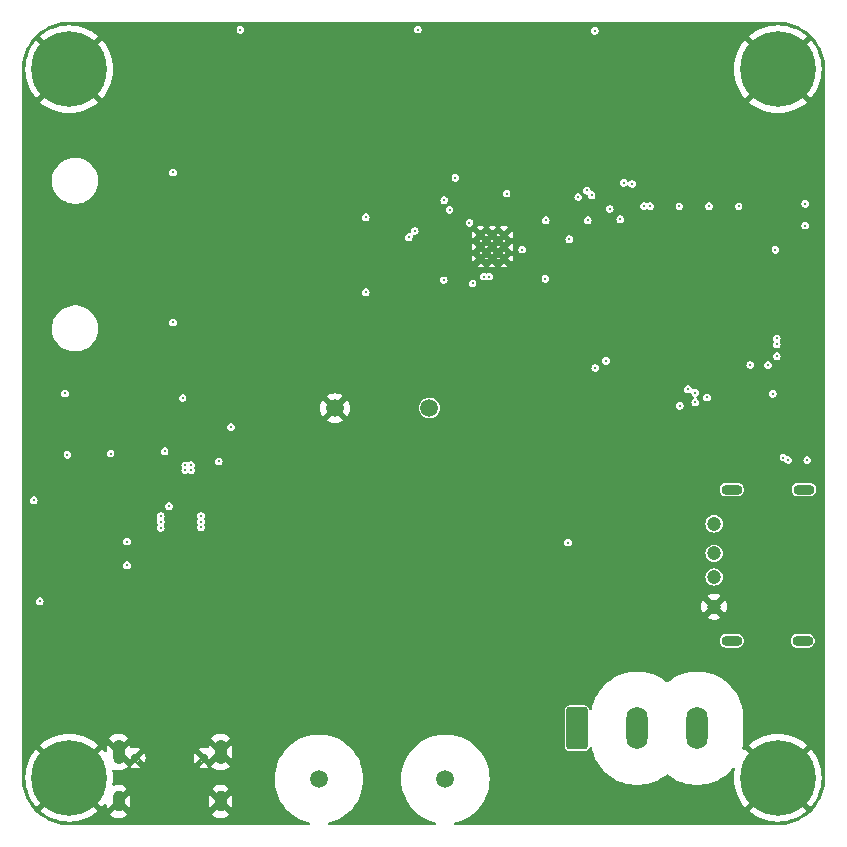
<source format=gbr>
%TF.GenerationSoftware,KiCad,Pcbnew,8.0.3-8.0.3-0~ubuntu22.04.1*%
%TF.CreationDate,2024-07-03T09:26:59+02:00*%
%TF.ProjectId,FabOS_MB,4661624f-535f-44d4-922e-6b696361645f,rev?*%
%TF.SameCoordinates,Original*%
%TF.FileFunction,Copper,L2,Inr*%
%TF.FilePolarity,Positive*%
%FSLAX46Y46*%
G04 Gerber Fmt 4.6, Leading zero omitted, Abs format (unit mm)*
G04 Created by KiCad (PCBNEW 8.0.3-8.0.3-0~ubuntu22.04.1) date 2024-07-03 09:26:59*
%MOMM*%
%LPD*%
G01*
G04 APERTURE LIST*
G04 Aperture macros list*
%AMRoundRect*
0 Rectangle with rounded corners*
0 $1 Rounding radius*
0 $2 $3 $4 $5 $6 $7 $8 $9 X,Y pos of 4 corners*
0 Add a 4 corners polygon primitive as box body*
4,1,4,$2,$3,$4,$5,$6,$7,$8,$9,$2,$3,0*
0 Add four circle primitives for the rounded corners*
1,1,$1+$1,$2,$3*
1,1,$1+$1,$4,$5*
1,1,$1+$1,$6,$7*
1,1,$1+$1,$8,$9*
0 Add four rect primitives between the rounded corners*
20,1,$1+$1,$2,$3,$4,$5,0*
20,1,$1+$1,$4,$5,$6,$7,0*
20,1,$1+$1,$6,$7,$8,$9,0*
20,1,$1+$1,$8,$9,$2,$3,0*%
G04 Aperture macros list end*
%TA.AperFunction,ComponentPad*%
%ADD10RoundRect,0.250000X-0.650000X-1.550000X0.650000X-1.550000X0.650000X1.550000X-0.650000X1.550000X0*%
%TD*%
%TA.AperFunction,ComponentPad*%
%ADD11O,1.800000X3.600000*%
%TD*%
%TA.AperFunction,ComponentPad*%
%ADD12C,0.800000*%
%TD*%
%TA.AperFunction,ComponentPad*%
%ADD13C,6.400000*%
%TD*%
%TA.AperFunction,ComponentPad*%
%ADD14C,1.200000*%
%TD*%
%TA.AperFunction,ComponentPad*%
%ADD15O,1.800000X0.900000*%
%TD*%
%TA.AperFunction,ComponentPad*%
%ADD16C,1.500000*%
%TD*%
%TA.AperFunction,ComponentPad*%
%ADD17C,0.700000*%
%TD*%
%TA.AperFunction,ComponentPad*%
%ADD18O,1.000000X2.100000*%
%TD*%
%TA.AperFunction,ComponentPad*%
%ADD19O,1.000000X1.800000*%
%TD*%
%TA.AperFunction,HeatsinkPad*%
%ADD20C,0.500000*%
%TD*%
%TA.AperFunction,ViaPad*%
%ADD21C,0.300000*%
%TD*%
G04 APERTURE END LIST*
D10*
%TO.N,Earth*%
%TO.C,e501*%
X143000000Y-155800000D03*
D11*
%TO.N,N*%
X148080000Y-155800000D03*
%TO.N,L*%
X153160000Y-155800000D03*
%TD*%
D12*
%TO.N,GND*%
%TO.C,H102*%
X157600000Y-100000000D03*
X158302944Y-98302944D03*
X158302944Y-101697056D03*
X160000000Y-97600000D03*
D13*
X160000000Y-100000000D03*
D12*
X160000000Y-102400000D03*
X161697056Y-98302944D03*
X161697056Y-101697056D03*
X162400000Y-100000000D03*
%TD*%
D14*
%TO.N,/5V_Flyback*%
%TO.C,J201*%
X154600000Y-138500000D03*
%TO.N,/ES*%
X154600000Y-141000000D03*
%TO.N,/LIN/LIN*%
X154600000Y-143000000D03*
%TO.N,GND*%
X154600000Y-145500000D03*
D15*
%TO.N,N/C*%
X156100000Y-148400000D03*
X162100000Y-148400000D03*
X156100000Y-135600000D03*
X162200000Y-135600000D03*
%TD*%
D12*
%TO.N,GND*%
%TO.C,H103*%
X157600000Y-160000000D03*
X158302944Y-158302944D03*
X158302944Y-161697056D03*
X160000000Y-157600000D03*
D13*
X160000000Y-160000000D03*
D12*
X160000000Y-162400000D03*
X161697056Y-158302944D03*
X161697056Y-161697056D03*
X162400000Y-160000000D03*
%TD*%
D16*
%TO.N,N*%
%TO.C,U501*%
X131850000Y-160100000D03*
%TO.N,L*%
X121150000Y-160100000D03*
%TO.N,GND*%
X122500000Y-128700000D03*
%TO.N,/5V_Flyback*%
X130500000Y-128700000D03*
%TD*%
D12*
%TO.N,GND*%
%TO.C,H104*%
X97600000Y-160000000D03*
X98302944Y-158302944D03*
X98302944Y-161697056D03*
X100000000Y-157600000D03*
D13*
X100000000Y-160000000D03*
D12*
X100000000Y-162400000D03*
X101697056Y-158302944D03*
X101697056Y-161697056D03*
X102400000Y-160000000D03*
%TD*%
D17*
%TO.N,GND*%
%TO.C,J401*%
X105610000Y-158320000D03*
X111390000Y-158320000D03*
D18*
X104180000Y-157820000D03*
D19*
X104180000Y-162000000D03*
D18*
X112820000Y-157820000D03*
D19*
X112820000Y-162000000D03*
%TD*%
D12*
%TO.N,GND*%
%TO.C,H101*%
X97600000Y-100000000D03*
X98302944Y-98302944D03*
X98302944Y-101697056D03*
X100000000Y-97600000D03*
D13*
X100000000Y-100000000D03*
D12*
X100000000Y-102400000D03*
X101697056Y-98302944D03*
X101697056Y-101697056D03*
X102400000Y-100000000D03*
%TD*%
D20*
%TO.N,GND*%
%TO.C,U301*%
X134830000Y-116030000D03*
X135830000Y-116030000D03*
X136830000Y-116030000D03*
X134830000Y-115030000D03*
X135830000Y-115030000D03*
X136830000Y-115030000D03*
X134830000Y-114030000D03*
X135830000Y-114030000D03*
X136830000Y-114030000D03*
%TD*%
D21*
%TO.N,GND*%
X156500000Y-163500000D03*
X155500000Y-163500000D03*
X154500000Y-163500000D03*
X153500000Y-163500000D03*
X152500000Y-163500000D03*
X151500000Y-163500000D03*
X129500000Y-163500000D03*
X128500000Y-163500000D03*
X127500000Y-163500000D03*
X126500000Y-163500000D03*
X125500000Y-163500000D03*
X124500000Y-163500000D03*
X123500000Y-163500000D03*
X118500000Y-163500000D03*
X117500000Y-163500000D03*
X116500000Y-163500000D03*
X115500000Y-163500000D03*
X114500000Y-163500000D03*
X113500000Y-163500000D03*
X112500000Y-163500000D03*
X111500000Y-163500000D03*
X110500000Y-163500000D03*
X109500000Y-163500000D03*
X108500000Y-163500000D03*
X107500000Y-163500000D03*
X106500000Y-163500000D03*
X105500000Y-163500000D03*
X104500000Y-163500000D03*
X103500000Y-163500000D03*
X96500000Y-157500000D03*
X96500000Y-156500000D03*
X96500000Y-155500000D03*
X96500000Y-154500000D03*
X96500000Y-153500000D03*
X96500000Y-152500000D03*
X96500000Y-151500000D03*
X96500000Y-150500000D03*
X96500000Y-148500000D03*
X96500000Y-147500000D03*
X96500000Y-146500000D03*
X96500000Y-144500000D03*
X96500000Y-143500000D03*
X96500000Y-142500000D03*
X96500000Y-140500000D03*
X96500000Y-139500000D03*
X96500000Y-137500000D03*
X96500000Y-136500000D03*
X96500000Y-135500000D03*
X96500000Y-134500000D03*
X96500000Y-133500000D03*
X96500000Y-132500000D03*
X96500000Y-131500000D03*
X96500000Y-130500000D03*
X96500000Y-129500000D03*
X96500000Y-128500000D03*
X96500000Y-127500000D03*
X96500000Y-126500000D03*
X96500000Y-125500000D03*
X96500000Y-124500000D03*
X96500000Y-123500000D03*
X96500000Y-122500000D03*
X96500000Y-121500000D03*
X96500000Y-120500000D03*
X96500000Y-119500000D03*
X96500000Y-118500000D03*
X96500000Y-117500000D03*
X96500000Y-116500000D03*
X96500000Y-115500000D03*
X96500000Y-114500000D03*
X96500000Y-113500000D03*
X96500000Y-112500000D03*
X96500000Y-111500000D03*
X96500000Y-110500000D03*
X96500000Y-109500000D03*
X96500000Y-108500000D03*
X96500000Y-107500000D03*
X96500000Y-106500000D03*
X96500000Y-105500000D03*
X96500000Y-104500000D03*
X96500000Y-103500000D03*
X163500000Y-156500000D03*
X163500000Y-155500000D03*
X163500000Y-154500000D03*
X163500000Y-153500000D03*
X163500000Y-152500000D03*
X163500000Y-151500000D03*
X163500000Y-150500000D03*
X163500000Y-149500000D03*
X163500000Y-148500000D03*
X163500000Y-147500000D03*
X163500000Y-146500000D03*
X163500000Y-145500000D03*
X163500000Y-144500000D03*
X163500000Y-143500000D03*
X163500000Y-142500000D03*
X163500000Y-141500000D03*
X163500000Y-140500000D03*
X163500000Y-139500000D03*
X163500000Y-138500000D03*
X163500000Y-137500000D03*
X163500000Y-136500000D03*
X163500000Y-135500000D03*
X163500000Y-134500000D03*
X163500000Y-133500000D03*
X163500000Y-132500000D03*
X163500000Y-131500000D03*
X163500000Y-130500000D03*
X163500000Y-129500000D03*
X163500000Y-128500000D03*
X163500000Y-127500000D03*
X163500000Y-126500000D03*
X163500000Y-125500000D03*
X163500000Y-124500000D03*
X163500000Y-123500000D03*
X163500000Y-122500000D03*
X163500000Y-121500000D03*
X163500000Y-120500000D03*
X163500000Y-119500000D03*
X163500000Y-118500000D03*
X163500000Y-117500000D03*
X163500000Y-116500000D03*
X163500000Y-115500000D03*
X163500000Y-114500000D03*
X163500000Y-113500000D03*
X163500000Y-110500000D03*
X163500000Y-109500000D03*
X163500000Y-108500000D03*
X163500000Y-107500000D03*
X163500000Y-106500000D03*
X163500000Y-105500000D03*
X163500000Y-104500000D03*
X163500000Y-103500000D03*
X156500000Y-96500000D03*
X155500000Y-96500000D03*
X152500000Y-96500000D03*
X151500000Y-96500000D03*
X148500000Y-96500000D03*
X147500000Y-96500000D03*
X145500000Y-96500000D03*
X141500000Y-96500000D03*
X140500000Y-96500000D03*
X139500000Y-96500000D03*
X138500000Y-96500000D03*
X137500000Y-96500000D03*
X136500000Y-96500000D03*
X133500000Y-96500000D03*
X132500000Y-96500000D03*
X131500000Y-96500000D03*
X130500000Y-96500000D03*
X126500000Y-96500000D03*
X125500000Y-96500000D03*
X124500000Y-96500000D03*
X123500000Y-96500000D03*
X122500000Y-96500000D03*
X121500000Y-96500000D03*
X118500000Y-96500000D03*
X117500000Y-96500000D03*
X116500000Y-96500000D03*
X115500000Y-96500000D03*
X111500000Y-96500000D03*
X110500000Y-96500000D03*
X109500000Y-96500000D03*
X108500000Y-96500000D03*
X107500000Y-96500000D03*
X106500000Y-96500000D03*
X103500000Y-96500000D03*
X152100000Y-100900000D03*
X148900000Y-100100000D03*
X154600000Y-100600000D03*
X153700000Y-96700000D03*
X149700000Y-96700000D03*
X149800000Y-99200000D03*
X153400000Y-100000000D03*
X154100000Y-102800000D03*
X146000000Y-102800000D03*
X144800000Y-103200000D03*
X151900000Y-105600000D03*
X152000000Y-109300000D03*
X153300000Y-109300000D03*
X155700000Y-109300000D03*
X155900000Y-105900000D03*
X154700000Y-104600000D03*
X152500000Y-104500000D03*
X146200000Y-126700000D03*
X143000000Y-126600000D03*
X139200000Y-123300000D03*
X143900000Y-122400000D03*
X139300000Y-119100000D03*
X140900000Y-116900000D03*
X144100000Y-116900000D03*
X148100000Y-113800000D03*
X148200000Y-119000000D03*
X148000000Y-123900000D03*
X146700000Y-123900000D03*
X154200000Y-124600000D03*
X156600000Y-122200000D03*
X157700000Y-122700000D03*
X157400000Y-124200000D03*
X155200000Y-127300000D03*
X152300000Y-129600000D03*
X156200000Y-131300000D03*
X161100000Y-131800000D03*
X161900000Y-134300000D03*
X159800000Y-134700000D03*
X151500000Y-144700000D03*
X152200000Y-144500000D03*
X142000000Y-141300000D03*
X147700000Y-141700000D03*
X151700000Y-138700000D03*
X145900000Y-138300000D03*
X149700000Y-137400000D03*
X147200000Y-134900000D03*
X141000000Y-138500000D03*
X148100000Y-133400000D03*
X151800000Y-135300000D03*
X133700000Y-138500000D03*
X133800000Y-134900000D03*
X110700000Y-148600000D03*
X117800000Y-136000000D03*
X120700000Y-134900000D03*
X120800000Y-138300000D03*
X106800000Y-145300000D03*
X98600000Y-152100000D03*
X98600000Y-151200000D03*
X98500000Y-137100000D03*
X100400000Y-133600000D03*
X114400000Y-108300000D03*
X115200000Y-109600000D03*
X132700000Y-118460000D03*
X148400000Y-107700000D03*
X113100000Y-108200000D03*
X133800000Y-110300000D03*
X161800000Y-112820000D03*
X135120000Y-119670000D03*
X163710000Y-111860000D03*
X106550000Y-151900000D03*
X102600000Y-123700000D03*
X159110000Y-128870000D03*
X112050000Y-101750000D03*
X113000000Y-109300000D03*
X139500000Y-121900000D03*
X154200000Y-107700000D03*
X153200000Y-139890000D03*
X157750000Y-106400000D03*
X135950000Y-101750000D03*
X104100000Y-126300000D03*
X105600000Y-151900000D03*
X127040000Y-101740000D03*
X134000000Y-122900000D03*
X147400000Y-107700000D03*
X111100000Y-127400000D03*
X120950000Y-101760000D03*
X142550000Y-124450000D03*
X136900000Y-123100000D03*
X157750000Y-109150000D03*
X139500000Y-121300000D03*
X163710000Y-112780000D03*
X133700000Y-122400000D03*
X99700000Y-125400000D03*
X112200000Y-139850000D03*
X133620000Y-119530000D03*
X105200000Y-125000000D03*
X134580000Y-119530000D03*
X135740000Y-118130000D03*
X99650000Y-128750000D03*
X133620000Y-120360000D03*
X100900000Y-124100000D03*
X129500000Y-102300000D03*
X113100000Y-140250000D03*
X138820000Y-122190000D03*
X142550000Y-123500000D03*
X111700000Y-156400000D03*
X135800000Y-119400000D03*
X138600000Y-120100000D03*
X105550000Y-152900000D03*
X140320000Y-114800000D03*
X102100000Y-125300000D03*
X132900000Y-121200000D03*
X110250000Y-154500000D03*
X99650000Y-130000000D03*
X131700000Y-109100000D03*
X105300000Y-156400000D03*
X149670000Y-111600000D03*
X114380000Y-122650000D03*
X135700000Y-123100000D03*
X150350000Y-107700000D03*
X134270000Y-120430000D03*
X107200000Y-146300000D03*
X108750000Y-154400000D03*
X108425000Y-134200000D03*
X146212000Y-96670000D03*
X137500000Y-123100000D03*
X107250000Y-154550000D03*
X134000000Y-119900000D03*
X135100000Y-123100000D03*
X106550000Y-152950000D03*
X143000000Y-112700000D03*
X139200000Y-120200000D03*
X138100000Y-123100000D03*
X154670000Y-111600000D03*
X117100000Y-109300000D03*
X128750000Y-116050000D03*
X106100000Y-146000000D03*
X139500000Y-120700000D03*
X106925000Y-134200000D03*
X105950000Y-101760000D03*
X109450000Y-137100000D03*
X158660000Y-125040000D03*
X132900000Y-121800000D03*
X144470000Y-112820000D03*
X133000000Y-120600000D03*
X138400000Y-122600000D03*
X114390000Y-121441000D03*
X144500000Y-102400000D03*
X134500000Y-123100000D03*
X152190000Y-139890000D03*
X136300000Y-123100000D03*
X142550000Y-125400000D03*
X149400000Y-107700000D03*
X158160000Y-128860000D03*
X142050000Y-101750000D03*
X108700000Y-133200000D03*
X114500000Y-102310000D03*
X137515000Y-119380000D03*
X133100000Y-122300000D03*
X138200000Y-119600000D03*
%TO.N,+3.3V*%
X140320000Y-117750000D03*
X107750000Y-138300000D03*
X138360000Y-115280000D03*
X156670000Y-111600000D03*
X145450000Y-124700000D03*
X144550000Y-125300000D03*
X97500000Y-145050000D03*
X114500000Y-96670000D03*
X162320000Y-111390000D03*
X137030000Y-110540000D03*
X143900000Y-112800000D03*
X144500000Y-96750000D03*
X148670000Y-111590000D03*
X99650000Y-127450000D03*
X132700000Y-109200000D03*
X104900000Y-140000000D03*
X159570000Y-127480000D03*
X142350000Y-114400000D03*
X107750000Y-138850000D03*
X107750000Y-137824997D03*
X129500000Y-96650000D03*
X154170000Y-111600000D03*
X142220000Y-140090000D03*
X108450000Y-137000000D03*
X162320000Y-113240000D03*
X159170000Y-125050000D03*
X149170000Y-111600000D03*
X140350000Y-112800000D03*
%TO.N,/ethernet/CT*%
X125100000Y-118890000D03*
X128750000Y-114230000D03*
X132200000Y-111900000D03*
X133892500Y-113000000D03*
X134150000Y-118140000D03*
X131700000Y-117850000D03*
X131760000Y-111090000D03*
X129260000Y-113700000D03*
X125100000Y-112540000D03*
%TO.N,/power/5V_max*%
X112650000Y-133200000D03*
X109600000Y-127850000D03*
%TO.N,Net-(U502-SW)*%
X110300003Y-133950000D03*
X109825000Y-133550000D03*
X110299965Y-133544047D03*
X108075000Y-132350000D03*
X111150000Y-138300000D03*
X111150000Y-137824997D03*
X111150000Y-138775003D03*
X109825000Y-133950000D03*
%TO.N,Net-(U601-BOOT0)*%
X151700000Y-128500000D03*
X159800000Y-115300000D03*
%TO.N,/STM32/NRST*%
X103500000Y-132550000D03*
X97000000Y-136500000D03*
X99850000Y-132650000D03*
%TO.N,/5V_Flyback*%
X104900000Y-142000000D03*
X113700000Y-130300000D03*
%TO.N,/ES*%
X160475145Y-132887572D03*
%TO.N,/ethernet/LED2+*%
X135080000Y-117560000D03*
X108790000Y-121440000D03*
%TO.N,/ethernet/LED1+*%
X135580000Y-117560000D03*
X108800000Y-108750000D03*
%TO.N,/STM32/SWDIO*%
X157670000Y-125040000D03*
X154000000Y-127800000D03*
%TO.N,/STM32/VCP_TX*%
X153000000Y-127400000D03*
X159900000Y-123300000D03*
%TO.N,/STM32/SWCLK*%
X153000000Y-128200000D03*
X159900000Y-124300000D03*
%TO.N,/STM32/VCP_RX*%
X159900000Y-122800000D03*
X152400000Y-127100000D03*
%TO.N,/USART1_RX*%
X160900000Y-133100000D03*
X162500000Y-133100000D03*
%TO.N,/ETH_MDI0*%
X146940000Y-109620000D03*
X143100000Y-110830000D03*
%TO.N,/ETH_REF_CLK*%
X147670000Y-109720000D03*
X143820000Y-110270000D03*
%TO.N,/NRST_ETH*%
X145770000Y-111840000D03*
X146660000Y-112710000D03*
%TO.N,/ETH_MDC*%
X144230000Y-110680000D03*
X151670000Y-111600000D03*
%TD*%
%TA.AperFunction,Conductor*%
%TO.N,GND*%
G36*
X160000733Y-96000008D02*
G01*
X160191077Y-96002343D01*
X160201681Y-96002930D01*
X160581224Y-96040312D01*
X160593249Y-96042096D01*
X160966527Y-96116345D01*
X160978329Y-96119301D01*
X161342544Y-96229785D01*
X161354001Y-96233884D01*
X161667542Y-96363757D01*
X161705627Y-96379532D01*
X161716626Y-96384734D01*
X162052282Y-96564147D01*
X162062713Y-96570399D01*
X162379169Y-96781849D01*
X162388942Y-96789097D01*
X162683148Y-97030544D01*
X162692165Y-97038717D01*
X162961282Y-97307834D01*
X162969455Y-97316851D01*
X163210902Y-97611057D01*
X163218150Y-97620830D01*
X163429600Y-97937286D01*
X163435856Y-97947724D01*
X163615264Y-98283372D01*
X163620467Y-98294372D01*
X163766114Y-98645997D01*
X163770214Y-98657455D01*
X163880698Y-99021670D01*
X163883654Y-99033474D01*
X163957902Y-99406744D01*
X163959688Y-99418781D01*
X163997068Y-99798304D01*
X163997656Y-99808937D01*
X163999991Y-99999266D01*
X164000000Y-100000787D01*
X164000000Y-159999212D01*
X163999991Y-160000733D01*
X163997656Y-160191062D01*
X163997068Y-160201695D01*
X163959688Y-160581218D01*
X163957902Y-160593255D01*
X163883654Y-160966525D01*
X163880698Y-160978329D01*
X163770214Y-161342544D01*
X163766114Y-161354002D01*
X163620467Y-161705627D01*
X163615264Y-161716627D01*
X163435856Y-162052275D01*
X163429600Y-162062713D01*
X163218150Y-162379169D01*
X163210902Y-162388942D01*
X162969455Y-162683148D01*
X162961282Y-162692165D01*
X162692165Y-162961282D01*
X162683148Y-162969455D01*
X162388942Y-163210902D01*
X162379169Y-163218150D01*
X162062713Y-163429600D01*
X162052275Y-163435856D01*
X161716627Y-163615264D01*
X161705627Y-163620467D01*
X161354002Y-163766114D01*
X161342544Y-163770214D01*
X160978329Y-163880698D01*
X160966525Y-163883654D01*
X160593255Y-163957902D01*
X160581218Y-163959688D01*
X160201695Y-163997068D01*
X160191062Y-163997656D01*
X160000734Y-163999991D01*
X159999213Y-164000000D01*
X132723303Y-164000000D01*
X132656264Y-163980315D01*
X132610509Y-163927511D01*
X132600565Y-163858353D01*
X132629590Y-163794797D01*
X132688368Y-163757023D01*
X132698332Y-163754540D01*
X132791280Y-163735439D01*
X133146102Y-163624113D01*
X133154233Y-163621562D01*
X133154234Y-163621561D01*
X133154242Y-163621559D01*
X133503821Y-163471543D01*
X133836429Y-163286931D01*
X134148654Y-163069616D01*
X134437291Y-162821829D01*
X134699380Y-162546112D01*
X134932229Y-162245295D01*
X135133451Y-161922464D01*
X135300981Y-161580932D01*
X135433098Y-161224204D01*
X135528448Y-160855940D01*
X135586053Y-160479919D01*
X135605320Y-160100000D01*
X135586053Y-159720081D01*
X135528448Y-159344060D01*
X135433098Y-158975796D01*
X135432136Y-158973199D01*
X135337658Y-158718099D01*
X135300981Y-158619068D01*
X135296562Y-158610060D01*
X135133451Y-158277536D01*
X135133446Y-158277527D01*
X134997820Y-158059936D01*
X134932229Y-157954705D01*
X134699380Y-157653888D01*
X134437291Y-157378171D01*
X134314796Y-157273012D01*
X134148656Y-157130385D01*
X133836429Y-156913069D01*
X133836424Y-156913066D01*
X133503820Y-156728456D01*
X133154233Y-156578437D01*
X132791290Y-156464563D01*
X132791284Y-156464562D01*
X132791281Y-156464561D01*
X132791280Y-156464561D01*
X132418660Y-156387985D01*
X132418659Y-156387984D01*
X132418655Y-156387984D01*
X132040205Y-156349500D01*
X132040204Y-156349500D01*
X131659796Y-156349500D01*
X131659795Y-156349500D01*
X131281344Y-156387984D01*
X130908715Y-156464562D01*
X130908709Y-156464563D01*
X130545766Y-156578437D01*
X130196179Y-156728456D01*
X129863575Y-156913066D01*
X129863570Y-156913069D01*
X129551343Y-157130385D01*
X129262709Y-157378170D01*
X129000615Y-157653893D01*
X128767771Y-157954704D01*
X128566553Y-158277527D01*
X128566548Y-158277536D01*
X128399022Y-158619059D01*
X128399016Y-158619074D01*
X128266904Y-158975787D01*
X128171551Y-159344064D01*
X128113946Y-159720081D01*
X128094680Y-160100000D01*
X128113946Y-160479918D01*
X128166544Y-160823251D01*
X128171552Y-160855940D01*
X128203241Y-160978329D01*
X128266904Y-161224212D01*
X128399016Y-161580925D01*
X128399022Y-161580940D01*
X128566548Y-161922463D01*
X128566553Y-161922472D01*
X128767771Y-162245295D01*
X128977153Y-162515796D01*
X129000620Y-162546112D01*
X129231411Y-162788904D01*
X129262709Y-162821829D01*
X129551343Y-163069614D01*
X129621476Y-163118428D01*
X129863571Y-163286931D01*
X130196179Y-163471543D01*
X130545758Y-163621559D01*
X130545761Y-163621560D01*
X130545766Y-163621562D01*
X130908709Y-163735436D01*
X130908712Y-163735436D01*
X130908720Y-163735439D01*
X131001659Y-163754538D01*
X131063363Y-163787315D01*
X131097552Y-163848249D01*
X131093370Y-163917993D01*
X131052145Y-163974405D01*
X130986967Y-163999574D01*
X130976697Y-164000000D01*
X122023303Y-164000000D01*
X121956264Y-163980315D01*
X121910509Y-163927511D01*
X121900565Y-163858353D01*
X121929590Y-163794797D01*
X121988368Y-163757023D01*
X121998332Y-163754540D01*
X122091280Y-163735439D01*
X122446102Y-163624113D01*
X122454233Y-163621562D01*
X122454234Y-163621561D01*
X122454242Y-163621559D01*
X122803821Y-163471543D01*
X123136429Y-163286931D01*
X123448654Y-163069616D01*
X123737291Y-162821829D01*
X123999380Y-162546112D01*
X124232229Y-162245295D01*
X124433451Y-161922464D01*
X124600981Y-161580932D01*
X124733098Y-161224204D01*
X124828448Y-160855940D01*
X124886053Y-160479919D01*
X124905320Y-160100000D01*
X124886053Y-159720081D01*
X124828448Y-159344060D01*
X124733098Y-158975796D01*
X124732136Y-158973199D01*
X124637658Y-158718099D01*
X124600981Y-158619068D01*
X124596562Y-158610060D01*
X124433451Y-158277536D01*
X124433446Y-158277527D01*
X124297820Y-158059936D01*
X124232229Y-157954705D01*
X123999380Y-157653888D01*
X123737291Y-157378171D01*
X123614796Y-157273012D01*
X123448656Y-157130385D01*
X123136429Y-156913069D01*
X123136424Y-156913066D01*
X122803820Y-156728456D01*
X122454233Y-156578437D01*
X122091290Y-156464563D01*
X122091284Y-156464562D01*
X122091281Y-156464561D01*
X122091280Y-156464561D01*
X121718660Y-156387985D01*
X121718659Y-156387984D01*
X121718655Y-156387984D01*
X121340205Y-156349500D01*
X121340204Y-156349500D01*
X120959796Y-156349500D01*
X120959795Y-156349500D01*
X120581344Y-156387984D01*
X120208715Y-156464562D01*
X120208709Y-156464563D01*
X119845766Y-156578437D01*
X119496179Y-156728456D01*
X119163575Y-156913066D01*
X119163570Y-156913069D01*
X118851343Y-157130385D01*
X118562709Y-157378170D01*
X118300615Y-157653893D01*
X118067771Y-157954704D01*
X117866553Y-158277527D01*
X117866548Y-158277536D01*
X117699022Y-158619059D01*
X117699016Y-158619074D01*
X117566904Y-158975787D01*
X117471551Y-159344064D01*
X117413946Y-159720081D01*
X117394680Y-160100000D01*
X117413946Y-160479918D01*
X117466544Y-160823251D01*
X117471552Y-160855940D01*
X117503241Y-160978329D01*
X117566904Y-161224212D01*
X117699016Y-161580925D01*
X117699022Y-161580940D01*
X117866548Y-161922463D01*
X117866553Y-161922472D01*
X118067771Y-162245295D01*
X118277153Y-162515796D01*
X118300620Y-162546112D01*
X118531411Y-162788904D01*
X118562709Y-162821829D01*
X118851343Y-163069614D01*
X118921476Y-163118428D01*
X119163571Y-163286931D01*
X119496179Y-163471543D01*
X119845758Y-163621559D01*
X119845761Y-163621560D01*
X119845766Y-163621562D01*
X120208709Y-163735436D01*
X120208712Y-163735436D01*
X120208720Y-163735439D01*
X120301659Y-163754538D01*
X120363363Y-163787315D01*
X120397552Y-163848249D01*
X120393370Y-163917993D01*
X120352145Y-163974405D01*
X120286967Y-163999574D01*
X120276697Y-164000000D01*
X100000787Y-164000000D01*
X99999266Y-163999991D01*
X99808937Y-163997656D01*
X99798304Y-163997068D01*
X99418781Y-163959688D01*
X99406744Y-163957902D01*
X99033474Y-163883654D01*
X99021670Y-163880698D01*
X98657455Y-163770214D01*
X98645997Y-163766114D01*
X98294372Y-163620467D01*
X98283372Y-163615264D01*
X97947724Y-163435856D01*
X97937286Y-163429600D01*
X97620830Y-163218150D01*
X97611057Y-163210902D01*
X97316851Y-162969455D01*
X97307834Y-162961282D01*
X97038717Y-162692165D01*
X97030544Y-162683148D01*
X96789097Y-162388942D01*
X96781849Y-162379169D01*
X96570399Y-162062713D01*
X96564143Y-162052275D01*
X96536201Y-162000000D01*
X96384734Y-161716626D01*
X96379532Y-161705627D01*
X96233885Y-161354002D01*
X96229785Y-161342544D01*
X96119301Y-160978329D01*
X96116345Y-160966525D01*
X96087846Y-160823251D01*
X96042096Y-160593249D01*
X96040311Y-160581218D01*
X96002930Y-160201681D01*
X96002343Y-160191075D01*
X96000009Y-160000732D01*
X96000005Y-159999999D01*
X96294922Y-159999999D01*
X96294922Y-160000000D01*
X96315219Y-160387287D01*
X96375886Y-160770323D01*
X96375887Y-160770330D01*
X96476262Y-161144936D01*
X96615244Y-161506994D01*
X96791310Y-161852543D01*
X97002531Y-162177793D01*
X97211095Y-162435350D01*
X97211096Y-162435350D01*
X98705748Y-160940698D01*
X98779588Y-161042330D01*
X98957670Y-161220412D01*
X99059300Y-161294251D01*
X97564648Y-162788903D01*
X97564649Y-162788904D01*
X97822206Y-162997468D01*
X98147456Y-163208689D01*
X98493005Y-163384755D01*
X98855063Y-163523737D01*
X99229669Y-163624112D01*
X99229676Y-163624113D01*
X99612712Y-163684780D01*
X99999999Y-163705078D01*
X100000001Y-163705078D01*
X100387287Y-163684780D01*
X100770323Y-163624113D01*
X100770330Y-163624112D01*
X101144936Y-163523737D01*
X101506994Y-163384755D01*
X101852543Y-163208689D01*
X102177783Y-162997476D01*
X102177785Y-162997475D01*
X102435349Y-162788902D01*
X100940698Y-161294251D01*
X101042330Y-161220412D01*
X101220412Y-161042330D01*
X101294251Y-160940698D01*
X102788902Y-162435349D01*
X102959634Y-162224514D01*
X103017121Y-162184803D01*
X103086952Y-162182475D01*
X103146956Y-162218270D01*
X103178082Y-162280824D01*
X103180000Y-162302550D01*
X103180000Y-162498495D01*
X103204546Y-162621898D01*
X103204547Y-162621898D01*
X103880000Y-161946446D01*
X103880000Y-162439496D01*
X103900444Y-162515796D01*
X103939940Y-162584205D01*
X103944643Y-162588908D01*
X103449669Y-163083882D01*
X103542538Y-163176752D01*
X103706315Y-163286185D01*
X103706328Y-163286192D01*
X103888306Y-163361569D01*
X103888318Y-163361572D01*
X104081504Y-163399999D01*
X104081508Y-163400000D01*
X104278492Y-163400000D01*
X104278495Y-163399999D01*
X104471681Y-163361572D01*
X104471693Y-163361569D01*
X104653671Y-163286192D01*
X104653684Y-163286185D01*
X104817458Y-163176754D01*
X104910330Y-163083882D01*
X104415356Y-162588908D01*
X104420060Y-162584205D01*
X104459556Y-162515796D01*
X104480000Y-162439496D01*
X104480000Y-161999999D01*
X104533553Y-161999999D01*
X104533553Y-162000000D01*
X105155451Y-162621898D01*
X105155452Y-162621898D01*
X105180000Y-162498493D01*
X105180000Y-161501506D01*
X105180000Y-161501504D01*
X111820000Y-161501504D01*
X111820000Y-162498495D01*
X111844546Y-162621898D01*
X111844547Y-162621898D01*
X112466447Y-162000000D01*
X111844547Y-161378100D01*
X111844546Y-161378100D01*
X111820000Y-161501504D01*
X105180000Y-161501504D01*
X105155452Y-161378100D01*
X105155451Y-161378100D01*
X104533553Y-161999999D01*
X104480000Y-161999999D01*
X104480000Y-161560504D01*
X104459556Y-161484204D01*
X104420060Y-161415795D01*
X104415355Y-161411090D01*
X104910330Y-160916116D01*
X112089669Y-160916116D01*
X112584644Y-161411091D01*
X112579940Y-161415795D01*
X112540444Y-161484204D01*
X112520000Y-161560504D01*
X112520000Y-162439496D01*
X112540444Y-162515796D01*
X112579940Y-162584205D01*
X112584643Y-162588908D01*
X112089669Y-163083882D01*
X112182538Y-163176752D01*
X112346315Y-163286185D01*
X112346328Y-163286192D01*
X112528306Y-163361569D01*
X112528318Y-163361572D01*
X112721504Y-163399999D01*
X112721508Y-163400000D01*
X112918492Y-163400000D01*
X112918495Y-163399999D01*
X113111681Y-163361572D01*
X113111693Y-163361569D01*
X113293671Y-163286192D01*
X113293684Y-163286185D01*
X113457458Y-163176754D01*
X113550330Y-163083882D01*
X113055356Y-162588908D01*
X113060060Y-162584205D01*
X113099556Y-162515796D01*
X113120000Y-162439496D01*
X113120000Y-161999999D01*
X113173553Y-161999999D01*
X113173553Y-162000000D01*
X113795451Y-162621898D01*
X113795452Y-162621898D01*
X113820000Y-162498493D01*
X113820000Y-161501506D01*
X113795452Y-161378100D01*
X113795451Y-161378100D01*
X113173553Y-161999999D01*
X113120000Y-161999999D01*
X113120000Y-161560504D01*
X113099556Y-161484204D01*
X113060060Y-161415795D01*
X113055356Y-161411091D01*
X113550330Y-160916116D01*
X113550330Y-160916115D01*
X113457466Y-160823251D01*
X113457462Y-160823248D01*
X113293684Y-160713814D01*
X113293671Y-160713807D01*
X113111693Y-160638430D01*
X113111681Y-160638427D01*
X112918495Y-160600000D01*
X112721504Y-160600000D01*
X112528318Y-160638427D01*
X112528306Y-160638430D01*
X112346328Y-160713807D01*
X112346315Y-160713814D01*
X112182540Y-160823246D01*
X112089669Y-160916116D01*
X104910330Y-160916116D01*
X104910330Y-160916115D01*
X104817466Y-160823251D01*
X104817462Y-160823248D01*
X104653684Y-160713814D01*
X104653671Y-160713807D01*
X104471693Y-160638430D01*
X104471681Y-160638427D01*
X104278495Y-160600000D01*
X104081504Y-160600000D01*
X103888318Y-160638427D01*
X103888306Y-160638430D01*
X103832483Y-160661553D01*
X103763014Y-160669022D01*
X103700535Y-160637746D01*
X103664883Y-160577657D01*
X103662558Y-160527594D01*
X103684780Y-160387287D01*
X103705078Y-160000000D01*
X103705078Y-159999999D01*
X103684780Y-159612712D01*
X103657473Y-159440299D01*
X103666428Y-159371006D01*
X103711424Y-159317554D01*
X103778175Y-159296914D01*
X103827399Y-159306340D01*
X103888310Y-159331570D01*
X103888318Y-159331572D01*
X104081504Y-159369999D01*
X104081508Y-159370000D01*
X104278492Y-159370000D01*
X104278495Y-159369999D01*
X104471681Y-159331572D01*
X104471693Y-159331569D01*
X104653671Y-159256192D01*
X104653684Y-159256185D01*
X104817461Y-159146752D01*
X104903660Y-159060552D01*
X105223000Y-159060552D01*
X105223000Y-159078137D01*
X105345884Y-159132849D01*
X105345889Y-159132851D01*
X105520661Y-159170000D01*
X105699339Y-159170000D01*
X105874111Y-159132851D01*
X105874113Y-159132850D01*
X106009165Y-159072719D01*
X106009165Y-159072718D01*
X110990833Y-159072718D01*
X110990833Y-159072719D01*
X111125884Y-159132849D01*
X111125889Y-159132851D01*
X111300661Y-159170000D01*
X111479339Y-159170000D01*
X111654110Y-159132851D01*
X111654115Y-159132849D01*
X111776999Y-159078137D01*
X111777000Y-159078137D01*
X111777000Y-159060553D01*
X111776999Y-159060552D01*
X111689646Y-158973199D01*
X112020353Y-158973199D01*
X112043245Y-159007458D01*
X112043251Y-159007466D01*
X112182533Y-159146748D01*
X112182537Y-159146751D01*
X112346315Y-159256185D01*
X112346328Y-159256192D01*
X112528306Y-159331569D01*
X112528318Y-159331572D01*
X112721504Y-159369999D01*
X112721508Y-159370000D01*
X112918492Y-159370000D01*
X112918495Y-159369999D01*
X113111681Y-159331572D01*
X113111693Y-159331569D01*
X113293671Y-159256192D01*
X113293684Y-159256185D01*
X113457461Y-159146752D01*
X113596750Y-159007462D01*
X113619644Y-158973197D01*
X113619644Y-158973196D01*
X113106463Y-158460016D01*
X113120000Y-158409496D01*
X113120000Y-157819999D01*
X113173553Y-157819999D01*
X113173553Y-157820000D01*
X113819999Y-158466447D01*
X113820000Y-158466446D01*
X113820000Y-157173553D01*
X113819999Y-157173552D01*
X113173553Y-157819999D01*
X113120000Y-157819999D01*
X113120000Y-157230504D01*
X113106463Y-157179983D01*
X113619644Y-156666802D01*
X113619644Y-156666801D01*
X113596747Y-156632532D01*
X113457466Y-156493251D01*
X113457462Y-156493248D01*
X113293684Y-156383814D01*
X113293671Y-156383807D01*
X113111693Y-156308430D01*
X113111681Y-156308427D01*
X112918495Y-156270000D01*
X112721504Y-156270000D01*
X112528318Y-156308427D01*
X112528306Y-156308430D01*
X112346328Y-156383807D01*
X112346315Y-156383814D01*
X112182537Y-156493248D01*
X112182533Y-156493251D01*
X112043253Y-156632531D01*
X112043246Y-156632539D01*
X112020354Y-156666800D01*
X112020354Y-156666801D01*
X112533536Y-157179983D01*
X112520000Y-157230504D01*
X112520000Y-158409496D01*
X112533536Y-158460015D01*
X112020354Y-158973196D01*
X112020353Y-158973199D01*
X111689646Y-158973199D01*
X111390001Y-158673553D01*
X111390000Y-158673553D01*
X110990833Y-159072718D01*
X106009165Y-159072718D01*
X105610000Y-158673553D01*
X105223000Y-159060552D01*
X104903660Y-159060552D01*
X104956750Y-159007462D01*
X104979644Y-158973197D01*
X104979644Y-158973196D01*
X104466463Y-158460016D01*
X104480000Y-158409496D01*
X104480000Y-157819999D01*
X104533553Y-157819999D01*
X104533553Y-157820000D01*
X105145000Y-158431447D01*
X105285000Y-158291447D01*
X105285000Y-158362787D01*
X105307149Y-158445445D01*
X105349936Y-158519554D01*
X105410446Y-158580064D01*
X105484555Y-158622851D01*
X105567213Y-158645000D01*
X105652787Y-158645000D01*
X105735445Y-158622851D01*
X105809554Y-158580064D01*
X105870064Y-158519554D01*
X105912851Y-158445445D01*
X105935000Y-158362787D01*
X105935000Y-158319999D01*
X105963553Y-158319999D01*
X105963553Y-158320001D01*
X106361651Y-158718099D01*
X106361652Y-158718099D01*
X106390790Y-158667631D01*
X106446003Y-158497702D01*
X106446004Y-158497700D01*
X106464681Y-158320000D01*
X110535318Y-158320000D01*
X110553995Y-158497700D01*
X110553996Y-158497702D01*
X110609209Y-158667631D01*
X110609210Y-158667633D01*
X110638346Y-158718098D01*
X110638347Y-158718099D01*
X111036447Y-158320000D01*
X110638347Y-157921900D01*
X110609208Y-157972370D01*
X110553996Y-158142297D01*
X110553995Y-158142299D01*
X110535318Y-158320000D01*
X106464681Y-158320000D01*
X106446004Y-158142299D01*
X106446003Y-158142297D01*
X106390793Y-157972375D01*
X106390790Y-157972369D01*
X106361651Y-157921899D01*
X105963553Y-158319999D01*
X105935000Y-158319999D01*
X105935000Y-158277213D01*
X105912851Y-158194555D01*
X105870064Y-158120446D01*
X105809554Y-158059936D01*
X105735445Y-158017149D01*
X105652787Y-157995000D01*
X105581447Y-157995000D01*
X105610000Y-157966447D01*
X106009165Y-157567280D01*
X110990832Y-157567280D01*
X111390000Y-157966447D01*
X111418553Y-157995000D01*
X111347213Y-157995000D01*
X111264555Y-158017149D01*
X111190446Y-158059936D01*
X111129936Y-158120446D01*
X111087149Y-158194555D01*
X111065000Y-158277213D01*
X111065000Y-158362787D01*
X111087149Y-158445445D01*
X111129936Y-158519554D01*
X111190446Y-158580064D01*
X111264555Y-158622851D01*
X111347213Y-158645000D01*
X111432787Y-158645000D01*
X111515445Y-158622851D01*
X111589554Y-158580064D01*
X111650064Y-158519554D01*
X111692851Y-158445445D01*
X111715000Y-158362787D01*
X111715000Y-158291447D01*
X111855000Y-158431447D01*
X112466447Y-157820000D01*
X112466447Y-157819999D01*
X111820000Y-157173552D01*
X111820000Y-157390378D01*
X111800315Y-157457417D01*
X111747511Y-157503172D01*
X111678353Y-157513116D01*
X111657685Y-157508310D01*
X111654110Y-157507148D01*
X111479339Y-157470000D01*
X111300661Y-157470000D01*
X111125889Y-157507148D01*
X111125884Y-157507150D01*
X110990833Y-157567279D01*
X110990832Y-157567280D01*
X106009165Y-157567280D01*
X106009165Y-157567279D01*
X105874115Y-157507150D01*
X105874110Y-157507148D01*
X105699339Y-157470000D01*
X105520661Y-157470000D01*
X105345889Y-157507148D01*
X105342315Y-157508310D01*
X105340132Y-157508372D01*
X105339532Y-157508500D01*
X105339508Y-157508390D01*
X105272474Y-157510303D01*
X105212642Y-157474221D01*
X105181816Y-157411519D01*
X105180000Y-157390378D01*
X105180000Y-157173553D01*
X105179999Y-157173552D01*
X104533553Y-157819999D01*
X104480000Y-157819999D01*
X104480000Y-157230504D01*
X104466463Y-157179983D01*
X104979644Y-156666802D01*
X104979644Y-156666801D01*
X104956747Y-156632532D01*
X104817466Y-156493251D01*
X104817462Y-156493248D01*
X104653684Y-156383814D01*
X104653671Y-156383807D01*
X104471693Y-156308430D01*
X104471681Y-156308427D01*
X104278495Y-156270000D01*
X104081504Y-156270000D01*
X103888318Y-156308427D01*
X103888306Y-156308430D01*
X103706328Y-156383807D01*
X103706315Y-156383814D01*
X103542537Y-156493248D01*
X103542533Y-156493251D01*
X103403253Y-156632531D01*
X103403246Y-156632539D01*
X103380354Y-156666800D01*
X103380354Y-156666801D01*
X103893536Y-157179983D01*
X103880000Y-157230504D01*
X103880000Y-157873552D01*
X103180000Y-157173552D01*
X103180000Y-157697448D01*
X103160315Y-157764487D01*
X103107511Y-157810242D01*
X103038353Y-157820186D01*
X102974797Y-157791161D01*
X102959634Y-157775484D01*
X102788903Y-157564648D01*
X101294251Y-159059300D01*
X101220412Y-158957670D01*
X101042330Y-158779588D01*
X100940698Y-158705748D01*
X102435350Y-157211096D01*
X102435350Y-157211095D01*
X102177793Y-157002531D01*
X101852543Y-156791310D01*
X101506994Y-156615244D01*
X101144936Y-156476262D01*
X100770330Y-156375887D01*
X100770323Y-156375886D01*
X100387287Y-156315219D01*
X100000001Y-156294922D01*
X99999999Y-156294922D01*
X99612712Y-156315219D01*
X99229676Y-156375886D01*
X99229669Y-156375887D01*
X98855063Y-156476262D01*
X98493005Y-156615244D01*
X98147456Y-156791310D01*
X97822206Y-157002531D01*
X97564648Y-157211095D01*
X97564648Y-157211096D01*
X99059301Y-158705748D01*
X98957670Y-158779588D01*
X98779588Y-158957670D01*
X98705748Y-159059300D01*
X97211096Y-157564648D01*
X97211095Y-157564648D01*
X97002531Y-157822206D01*
X96791310Y-158147456D01*
X96615244Y-158493005D01*
X96476262Y-158855063D01*
X96375887Y-159229669D01*
X96375886Y-159229676D01*
X96315219Y-159612712D01*
X96294922Y-159999999D01*
X96000005Y-159999999D01*
X96000000Y-159999212D01*
X96000000Y-154214172D01*
X141972500Y-154214172D01*
X141972500Y-157385825D01*
X141983191Y-157459204D01*
X142038525Y-157572392D01*
X142127607Y-157661474D01*
X142127608Y-157661474D01*
X142127610Y-157661476D01*
X142240796Y-157716809D01*
X142314173Y-157727500D01*
X143685826Y-157727499D01*
X143759204Y-157716809D01*
X143872390Y-157661476D01*
X143961476Y-157572390D01*
X144016809Y-157459204D01*
X144016809Y-157459203D01*
X144021038Y-157450553D01*
X144022348Y-157451193D01*
X144055201Y-157401618D01*
X144119158Y-157373488D01*
X144188170Y-157384401D01*
X144240327Y-157430892D01*
X144256698Y-157472270D01*
X144291824Y-157648866D01*
X144291827Y-157648877D01*
X144403078Y-158015625D01*
X144549738Y-158369692D01*
X144549740Y-158369697D01*
X144730388Y-158707664D01*
X144730399Y-158707682D01*
X144943305Y-159026318D01*
X144943315Y-159026332D01*
X145186439Y-159322580D01*
X145457419Y-159593560D01*
X145457424Y-159593564D01*
X145457425Y-159593565D01*
X145753673Y-159836689D01*
X146072324Y-160049605D01*
X146072333Y-160049610D01*
X146072335Y-160049611D01*
X146410302Y-160230259D01*
X146410304Y-160230259D01*
X146410310Y-160230263D01*
X146764376Y-160376922D01*
X147131113Y-160488170D01*
X147131119Y-160488171D01*
X147131122Y-160488172D01*
X147131133Y-160488175D01*
X147506988Y-160562936D01*
X147888381Y-160600500D01*
X147888384Y-160600500D01*
X148271616Y-160600500D01*
X148271619Y-160600500D01*
X148653012Y-160562936D01*
X148726180Y-160548381D01*
X149028866Y-160488175D01*
X149028877Y-160488172D01*
X149028877Y-160488171D01*
X149028887Y-160488170D01*
X149395624Y-160376922D01*
X149749690Y-160230263D01*
X150087676Y-160049605D01*
X150406327Y-159836689D01*
X150541336Y-159725889D01*
X150605645Y-159698577D01*
X150674512Y-159710368D01*
X150698660Y-159725887D01*
X150833673Y-159836689D01*
X151152324Y-160049605D01*
X151152333Y-160049610D01*
X151152335Y-160049611D01*
X151490302Y-160230259D01*
X151490304Y-160230259D01*
X151490310Y-160230263D01*
X151844376Y-160376922D01*
X152211113Y-160488170D01*
X152211119Y-160488171D01*
X152211122Y-160488172D01*
X152211133Y-160488175D01*
X152586988Y-160562936D01*
X152968381Y-160600500D01*
X152968384Y-160600500D01*
X153351616Y-160600500D01*
X153351619Y-160600500D01*
X153733012Y-160562936D01*
X153806180Y-160548381D01*
X154108866Y-160488175D01*
X154108877Y-160488172D01*
X154108877Y-160488171D01*
X154108887Y-160488170D01*
X154475624Y-160376922D01*
X154829690Y-160230263D01*
X155167676Y-160049605D01*
X155486327Y-159836689D01*
X155782575Y-159593565D01*
X156053565Y-159322575D01*
X156144953Y-159211217D01*
X156202695Y-159171885D01*
X156272540Y-159170014D01*
X156332309Y-159206201D01*
X156363025Y-159268956D01*
X156363277Y-159309282D01*
X156315219Y-159612712D01*
X156294922Y-159999999D01*
X156294922Y-160000000D01*
X156315219Y-160387287D01*
X156375886Y-160770323D01*
X156375887Y-160770330D01*
X156476262Y-161144936D01*
X156615244Y-161506994D01*
X156791310Y-161852543D01*
X157002531Y-162177793D01*
X157211095Y-162435350D01*
X157211096Y-162435350D01*
X158705748Y-160940698D01*
X158779588Y-161042330D01*
X158957670Y-161220412D01*
X159059300Y-161294251D01*
X157564648Y-162788903D01*
X157564649Y-162788904D01*
X157822206Y-162997468D01*
X158147456Y-163208689D01*
X158493005Y-163384755D01*
X158855063Y-163523737D01*
X159229669Y-163624112D01*
X159229676Y-163624113D01*
X159612712Y-163684780D01*
X159999999Y-163705078D01*
X160000001Y-163705078D01*
X160387287Y-163684780D01*
X160770323Y-163624113D01*
X160770330Y-163624112D01*
X161144936Y-163523737D01*
X161506994Y-163384755D01*
X161852543Y-163208689D01*
X162177783Y-162997476D01*
X162177785Y-162997475D01*
X162435349Y-162788902D01*
X160940698Y-161294251D01*
X161042330Y-161220412D01*
X161220412Y-161042330D01*
X161294251Y-160940698D01*
X162788902Y-162435349D01*
X162997475Y-162177785D01*
X162997476Y-162177783D01*
X163208689Y-161852543D01*
X163384755Y-161506994D01*
X163523737Y-161144936D01*
X163624112Y-160770330D01*
X163624113Y-160770323D01*
X163684780Y-160387287D01*
X163705078Y-160000000D01*
X163705078Y-159999999D01*
X163684780Y-159612712D01*
X163624113Y-159229676D01*
X163624112Y-159229669D01*
X163523737Y-158855063D01*
X163384755Y-158493005D01*
X163208689Y-158147456D01*
X162997468Y-157822206D01*
X162788904Y-157564649D01*
X162788903Y-157564648D01*
X161294251Y-159059300D01*
X161220412Y-158957670D01*
X161042330Y-158779588D01*
X160940698Y-158705748D01*
X162435350Y-157211096D01*
X162435350Y-157211095D01*
X162177793Y-157002531D01*
X161852543Y-156791310D01*
X161506994Y-156615244D01*
X161144936Y-156476262D01*
X160770330Y-156375887D01*
X160770323Y-156375886D01*
X160387287Y-156315219D01*
X160000001Y-156294922D01*
X159999999Y-156294922D01*
X159612712Y-156315219D01*
X159229676Y-156375886D01*
X159229669Y-156375887D01*
X158855063Y-156476262D01*
X158493005Y-156615244D01*
X158147456Y-156791310D01*
X157822206Y-157002531D01*
X157564648Y-157211095D01*
X157564648Y-157211096D01*
X159059301Y-158705748D01*
X158957670Y-158779588D01*
X158779588Y-158957670D01*
X158705748Y-159059300D01*
X157211096Y-157564648D01*
X157211094Y-157564648D01*
X157200685Y-157577503D01*
X157143198Y-157617214D01*
X157073367Y-157619541D01*
X157013363Y-157583745D01*
X156982238Y-157521191D01*
X156982702Y-157475277D01*
X157022936Y-157273012D01*
X157060500Y-156891619D01*
X157060500Y-154708381D01*
X157022936Y-154326988D01*
X156948175Y-153951133D01*
X156948172Y-153951122D01*
X156948171Y-153951119D01*
X156948170Y-153951113D01*
X156836922Y-153584376D01*
X156690263Y-153230310D01*
X156509605Y-152892324D01*
X156296689Y-152573673D01*
X156053565Y-152277425D01*
X156053564Y-152277424D01*
X156053560Y-152277419D01*
X155782580Y-152006439D01*
X155486332Y-151763315D01*
X155486331Y-151763314D01*
X155486327Y-151763311D01*
X155167676Y-151550395D01*
X155167671Y-151550392D01*
X155167664Y-151550388D01*
X154829697Y-151369740D01*
X154829692Y-151369738D01*
X154475625Y-151223078D01*
X154108877Y-151111827D01*
X154108866Y-151111824D01*
X153733011Y-151037063D01*
X153445763Y-151008772D01*
X153351619Y-150999500D01*
X152968381Y-150999500D01*
X152881394Y-151008067D01*
X152586988Y-151037063D01*
X152211133Y-151111824D01*
X152211122Y-151111827D01*
X151844374Y-151223078D01*
X151490307Y-151369738D01*
X151490302Y-151369740D01*
X151152335Y-151550388D01*
X151152317Y-151550399D01*
X150833667Y-151763314D01*
X150698665Y-151874108D01*
X150634355Y-151901421D01*
X150565487Y-151889630D01*
X150541335Y-151874108D01*
X150406332Y-151763314D01*
X150087682Y-151550399D01*
X150087681Y-151550398D01*
X150087676Y-151550395D01*
X150087671Y-151550392D01*
X150087664Y-151550388D01*
X149749697Y-151369740D01*
X149749692Y-151369738D01*
X149395625Y-151223078D01*
X149028877Y-151111827D01*
X149028866Y-151111824D01*
X148653011Y-151037063D01*
X148365763Y-151008772D01*
X148271619Y-150999500D01*
X147888381Y-150999500D01*
X147801394Y-151008067D01*
X147506988Y-151037063D01*
X147131133Y-151111824D01*
X147131122Y-151111827D01*
X146764374Y-151223078D01*
X146410307Y-151369738D01*
X146410302Y-151369740D01*
X146072335Y-151550388D01*
X146072317Y-151550399D01*
X145753681Y-151763305D01*
X145753667Y-151763315D01*
X145457419Y-152006439D01*
X145186439Y-152277419D01*
X144943315Y-152573667D01*
X144943305Y-152573681D01*
X144730399Y-152892317D01*
X144730388Y-152892335D01*
X144549740Y-153230302D01*
X144549738Y-153230307D01*
X144403078Y-153584374D01*
X144291827Y-153951122D01*
X144291824Y-153951133D01*
X144256698Y-154127730D01*
X144224313Y-154189641D01*
X144163598Y-154224215D01*
X144093828Y-154220476D01*
X144037156Y-154179610D01*
X144021367Y-154149286D01*
X144021038Y-154149448D01*
X144016809Y-154140797D01*
X144016809Y-154140796D01*
X143961476Y-154027610D01*
X143961474Y-154027608D01*
X143961474Y-154027607D01*
X143872392Y-153938525D01*
X143759202Y-153883190D01*
X143685827Y-153872500D01*
X142314174Y-153872500D01*
X142240795Y-153883191D01*
X142127607Y-153938525D01*
X142038525Y-154027607D01*
X141983190Y-154140797D01*
X141972500Y-154214172D01*
X96000000Y-154214172D01*
X96000000Y-148323971D01*
X155072500Y-148323971D01*
X155072500Y-148476029D01*
X155111856Y-148622907D01*
X155111857Y-148622910D01*
X155165296Y-148715468D01*
X155187885Y-148754593D01*
X155295407Y-148862115D01*
X155387968Y-148915555D01*
X155427089Y-148938142D01*
X155427090Y-148938142D01*
X155427093Y-148938144D01*
X155573971Y-148977500D01*
X155573974Y-148977500D01*
X156626026Y-148977500D01*
X156626029Y-148977500D01*
X156772907Y-148938144D01*
X156904593Y-148862115D01*
X157012115Y-148754593D01*
X157088144Y-148622907D01*
X157127500Y-148476029D01*
X157127500Y-148323971D01*
X161072500Y-148323971D01*
X161072500Y-148476029D01*
X161111856Y-148622907D01*
X161111857Y-148622910D01*
X161165296Y-148715468D01*
X161187885Y-148754593D01*
X161295407Y-148862115D01*
X161387968Y-148915555D01*
X161427089Y-148938142D01*
X161427090Y-148938142D01*
X161427093Y-148938144D01*
X161573971Y-148977500D01*
X161573974Y-148977500D01*
X162626026Y-148977500D01*
X162626029Y-148977500D01*
X162772907Y-148938144D01*
X162904593Y-148862115D01*
X163012115Y-148754593D01*
X163088144Y-148622907D01*
X163127500Y-148476029D01*
X163127500Y-148323971D01*
X163088144Y-148177093D01*
X163012115Y-148045407D01*
X162904593Y-147937885D01*
X162865468Y-147915296D01*
X162772910Y-147861857D01*
X162772911Y-147861857D01*
X162760866Y-147858629D01*
X162626029Y-147822500D01*
X161573971Y-147822500D01*
X161439133Y-147858629D01*
X161427089Y-147861857D01*
X161295410Y-147937883D01*
X161295404Y-147937887D01*
X161187887Y-148045404D01*
X161187883Y-148045410D01*
X161111857Y-148177089D01*
X161111856Y-148177093D01*
X161072500Y-148323971D01*
X157127500Y-148323971D01*
X157088144Y-148177093D01*
X157012115Y-148045407D01*
X156904593Y-147937885D01*
X156865468Y-147915296D01*
X156772910Y-147861857D01*
X156772911Y-147861857D01*
X156760866Y-147858629D01*
X156626029Y-147822500D01*
X155573971Y-147822500D01*
X155439133Y-147858629D01*
X155427089Y-147861857D01*
X155295410Y-147937883D01*
X155295404Y-147937887D01*
X155187887Y-148045404D01*
X155187883Y-148045410D01*
X155111857Y-148177089D01*
X155111856Y-148177093D01*
X155072500Y-148323971D01*
X96000000Y-148323971D01*
X96000000Y-145499999D01*
X153495287Y-145499999D01*
X153495287Y-145500000D01*
X153514096Y-145702989D01*
X153514097Y-145702992D01*
X153569883Y-145899063D01*
X153569886Y-145899069D01*
X153660751Y-146081551D01*
X153662533Y-146083911D01*
X154157861Y-145588584D01*
X154180667Y-145673694D01*
X154239910Y-145776306D01*
X154323694Y-145860090D01*
X154426306Y-145919333D01*
X154511414Y-145942137D01*
X154019311Y-146434240D01*
X154107585Y-146488897D01*
X154297678Y-146562539D01*
X154498072Y-146600000D01*
X154701928Y-146600000D01*
X154902322Y-146562539D01*
X155092412Y-146488899D01*
X155092416Y-146488897D01*
X155180686Y-146434241D01*
X155180686Y-146434240D01*
X154688585Y-145942137D01*
X154773694Y-145919333D01*
X154876306Y-145860090D01*
X154960090Y-145776306D01*
X155019333Y-145673694D01*
X155042138Y-145588585D01*
X155537465Y-146083912D01*
X155539247Y-146081553D01*
X155539248Y-146081551D01*
X155630113Y-145899069D01*
X155630116Y-145899063D01*
X155685902Y-145702992D01*
X155685903Y-145702989D01*
X155704713Y-145500000D01*
X155704713Y-145499999D01*
X155685903Y-145297010D01*
X155685902Y-145297007D01*
X155630116Y-145100936D01*
X155630113Y-145100930D01*
X155539249Y-144918449D01*
X155539247Y-144918447D01*
X155537465Y-144916087D01*
X155042138Y-145411414D01*
X155019333Y-145326306D01*
X154960090Y-145223694D01*
X154876306Y-145139910D01*
X154773694Y-145080667D01*
X154688584Y-145057861D01*
X155180687Y-144565758D01*
X155092413Y-144511101D01*
X155092411Y-144511100D01*
X154902321Y-144437460D01*
X154701928Y-144400000D01*
X154498072Y-144400000D01*
X154297678Y-144437460D01*
X154107588Y-144511100D01*
X154107581Y-144511104D01*
X154019312Y-144565757D01*
X154019311Y-144565758D01*
X154511415Y-145057861D01*
X154426306Y-145080667D01*
X154323694Y-145139910D01*
X154239910Y-145223694D01*
X154180667Y-145326306D01*
X154157861Y-145411415D01*
X153662533Y-144916087D01*
X153660755Y-144918442D01*
X153660754Y-144918443D01*
X153569886Y-145100930D01*
X153569883Y-145100936D01*
X153514097Y-145297007D01*
X153514096Y-145297010D01*
X153495287Y-145499999D01*
X96000000Y-145499999D01*
X96000000Y-145050000D01*
X97169479Y-145050000D01*
X97178460Y-145100936D01*
X97189412Y-145163044D01*
X97189414Y-145163050D01*
X97246803Y-145262451D01*
X97246805Y-145262453D01*
X97246806Y-145262455D01*
X97334739Y-145336240D01*
X97442606Y-145375500D01*
X97442608Y-145375500D01*
X97557392Y-145375500D01*
X97557394Y-145375500D01*
X97665261Y-145336240D01*
X97753194Y-145262455D01*
X97810588Y-145163045D01*
X97830521Y-145050000D01*
X97810588Y-144936955D01*
X97799902Y-144918447D01*
X97753196Y-144837548D01*
X97753195Y-144837546D01*
X97753194Y-144837545D01*
X97753192Y-144837543D01*
X97753191Y-144837542D01*
X97665262Y-144763761D01*
X97665261Y-144763760D01*
X97665258Y-144763759D01*
X97665255Y-144763757D01*
X97557396Y-144724500D01*
X97557394Y-144724500D01*
X97442606Y-144724500D01*
X97442605Y-144724500D01*
X97334740Y-144763759D01*
X97246805Y-144837546D01*
X97246803Y-144837548D01*
X97189414Y-144936949D01*
X97189412Y-144936955D01*
X97169479Y-145050000D01*
X96000000Y-145050000D01*
X96000000Y-142999996D01*
X153867897Y-142999996D01*
X153867897Y-143000003D01*
X153886250Y-143162899D01*
X153886251Y-143162905D01*
X153940397Y-143317647D01*
X153940398Y-143317648D01*
X154027619Y-143456459D01*
X154143541Y-143572381D01*
X154282352Y-143659602D01*
X154437092Y-143713748D01*
X154437098Y-143713748D01*
X154437100Y-143713749D01*
X154599996Y-143732103D01*
X154600000Y-143732103D01*
X154600004Y-143732103D01*
X154762899Y-143713749D01*
X154762898Y-143713749D01*
X154762908Y-143713748D01*
X154917648Y-143659602D01*
X155056459Y-143572381D01*
X155172381Y-143456459D01*
X155259602Y-143317648D01*
X155313748Y-143162908D01*
X155332103Y-143000000D01*
X155313748Y-142837092D01*
X155259602Y-142682352D01*
X155172381Y-142543541D01*
X155056459Y-142427619D01*
X154917647Y-142340397D01*
X154762905Y-142286251D01*
X154762899Y-142286250D01*
X154600004Y-142267897D01*
X154599996Y-142267897D01*
X154437100Y-142286250D01*
X154437094Y-142286251D01*
X154282352Y-142340397D01*
X154143540Y-142427619D01*
X154027619Y-142543540D01*
X153940397Y-142682352D01*
X153886251Y-142837094D01*
X153886250Y-142837100D01*
X153867897Y-142999996D01*
X96000000Y-142999996D01*
X96000000Y-141999999D01*
X104569479Y-141999999D01*
X104569479Y-142000000D01*
X104589412Y-142113044D01*
X104589414Y-142113050D01*
X104646803Y-142212451D01*
X104646805Y-142212453D01*
X104646806Y-142212455D01*
X104734739Y-142286240D01*
X104734743Y-142286241D01*
X104734744Y-142286242D01*
X104842603Y-142325499D01*
X104842606Y-142325500D01*
X104842608Y-142325500D01*
X104957392Y-142325500D01*
X104957394Y-142325500D01*
X105065261Y-142286240D01*
X105153194Y-142212455D01*
X105210588Y-142113045D01*
X105230521Y-142000000D01*
X105210588Y-141886955D01*
X105153194Y-141787545D01*
X105153192Y-141787543D01*
X105153191Y-141787542D01*
X105065262Y-141713761D01*
X105065261Y-141713760D01*
X105065258Y-141713759D01*
X105065255Y-141713757D01*
X104957396Y-141674500D01*
X104957394Y-141674500D01*
X104842606Y-141674500D01*
X104842605Y-141674500D01*
X104734740Y-141713759D01*
X104646805Y-141787546D01*
X104646803Y-141787548D01*
X104589414Y-141886949D01*
X104589412Y-141886955D01*
X104569479Y-141999999D01*
X96000000Y-141999999D01*
X96000000Y-140999996D01*
X153867897Y-140999996D01*
X153867897Y-141000003D01*
X153886250Y-141162899D01*
X153886251Y-141162905D01*
X153940397Y-141317647D01*
X153940398Y-141317648D01*
X154027619Y-141456459D01*
X154143541Y-141572381D01*
X154282352Y-141659602D01*
X154437092Y-141713748D01*
X154437098Y-141713748D01*
X154437100Y-141713749D01*
X154599996Y-141732103D01*
X154600000Y-141732103D01*
X154600004Y-141732103D01*
X154757978Y-141714303D01*
X154762908Y-141713748D01*
X154917648Y-141659602D01*
X155056459Y-141572381D01*
X155172381Y-141456459D01*
X155259602Y-141317648D01*
X155313748Y-141162908D01*
X155332103Y-141000000D01*
X155313748Y-140837092D01*
X155259602Y-140682352D01*
X155172381Y-140543541D01*
X155056459Y-140427619D01*
X155037170Y-140415499D01*
X154917647Y-140340397D01*
X154762905Y-140286251D01*
X154762899Y-140286250D01*
X154600004Y-140267897D01*
X154599996Y-140267897D01*
X154437100Y-140286250D01*
X154437094Y-140286251D01*
X154282352Y-140340397D01*
X154143540Y-140427619D01*
X154027619Y-140543540D01*
X153940397Y-140682352D01*
X153886251Y-140837094D01*
X153886250Y-140837100D01*
X153867897Y-140999996D01*
X96000000Y-140999996D01*
X96000000Y-139999999D01*
X104569479Y-139999999D01*
X104569479Y-140000000D01*
X104589412Y-140113044D01*
X104589414Y-140113050D01*
X104646803Y-140212451D01*
X104646805Y-140212453D01*
X104646806Y-140212455D01*
X104734739Y-140286240D01*
X104734743Y-140286241D01*
X104734744Y-140286242D01*
X104779295Y-140302457D01*
X104842606Y-140325500D01*
X104842608Y-140325500D01*
X104957392Y-140325500D01*
X104957394Y-140325500D01*
X105065261Y-140286240D01*
X105153194Y-140212455D01*
X105210588Y-140113045D01*
X105214651Y-140090000D01*
X141889479Y-140090000D01*
X141893542Y-140113045D01*
X141909412Y-140203044D01*
X141909414Y-140203050D01*
X141966803Y-140302451D01*
X141966808Y-140302457D01*
X141994270Y-140325500D01*
X142054739Y-140376240D01*
X142162606Y-140415500D01*
X142162608Y-140415500D01*
X142277392Y-140415500D01*
X142277394Y-140415500D01*
X142385261Y-140376240D01*
X142473194Y-140302455D01*
X142530588Y-140203045D01*
X142550521Y-140090000D01*
X142530588Y-139976955D01*
X142478623Y-139886949D01*
X142473196Y-139877548D01*
X142473195Y-139877546D01*
X142473194Y-139877545D01*
X142473192Y-139877543D01*
X142473191Y-139877542D01*
X142385262Y-139803761D01*
X142385261Y-139803760D01*
X142385258Y-139803759D01*
X142385255Y-139803757D01*
X142277396Y-139764500D01*
X142277394Y-139764500D01*
X142162606Y-139764500D01*
X142162605Y-139764500D01*
X142054740Y-139803759D01*
X141966805Y-139877546D01*
X141966803Y-139877548D01*
X141909414Y-139976949D01*
X141909412Y-139976955D01*
X141905349Y-140000000D01*
X141889479Y-140090000D01*
X105214651Y-140090000D01*
X105230521Y-140000000D01*
X105210588Y-139886955D01*
X105205155Y-139877545D01*
X105153196Y-139787548D01*
X105153195Y-139787546D01*
X105153194Y-139787545D01*
X105153192Y-139787543D01*
X105153191Y-139787542D01*
X105065262Y-139713761D01*
X105065261Y-139713760D01*
X105065258Y-139713759D01*
X105065255Y-139713757D01*
X104957396Y-139674500D01*
X104957394Y-139674500D01*
X104842606Y-139674500D01*
X104842605Y-139674500D01*
X104734740Y-139713759D01*
X104646805Y-139787546D01*
X104646803Y-139787548D01*
X104589414Y-139886949D01*
X104589412Y-139886955D01*
X104569479Y-139999999D01*
X96000000Y-139999999D01*
X96000000Y-137824996D01*
X107419479Y-137824996D01*
X107419479Y-137824997D01*
X107439412Y-137938041D01*
X107439414Y-137938047D01*
X107475470Y-138000498D01*
X107491943Y-138068398D01*
X107475471Y-138124497D01*
X107439413Y-138186951D01*
X107439412Y-138186955D01*
X107419479Y-138299999D01*
X107419479Y-138300000D01*
X107439412Y-138413044D01*
X107439414Y-138413050D01*
X107497120Y-138513000D01*
X107513593Y-138580900D01*
X107497120Y-138637000D01*
X107439414Y-138736949D01*
X107439412Y-138736955D01*
X107419479Y-138849999D01*
X107419479Y-138850000D01*
X107439412Y-138963044D01*
X107439414Y-138963050D01*
X107496803Y-139062451D01*
X107496805Y-139062453D01*
X107496806Y-139062455D01*
X107584739Y-139136240D01*
X107692606Y-139175500D01*
X107692608Y-139175500D01*
X107807392Y-139175500D01*
X107807394Y-139175500D01*
X107915261Y-139136240D01*
X108003194Y-139062455D01*
X108060588Y-138963045D01*
X108080521Y-138850000D01*
X108060588Y-138736955D01*
X108003194Y-138637545D01*
X108003192Y-138637543D01*
X108002879Y-138637001D01*
X107986406Y-138569100D01*
X108002879Y-138512999D01*
X108003192Y-138512456D01*
X108003194Y-138512455D01*
X108060588Y-138413045D01*
X108080521Y-138300000D01*
X108060588Y-138186955D01*
X108057930Y-138182352D01*
X108024529Y-138124498D01*
X108008056Y-138056598D01*
X108024529Y-138000498D01*
X108060588Y-137938042D01*
X108080521Y-137824997D01*
X108080521Y-137824996D01*
X110819479Y-137824996D01*
X110819479Y-137824997D01*
X110839412Y-137938041D01*
X110839414Y-137938047D01*
X110875470Y-138000498D01*
X110891943Y-138068398D01*
X110875471Y-138124497D01*
X110839413Y-138186951D01*
X110839412Y-138186955D01*
X110819479Y-138299999D01*
X110819479Y-138300000D01*
X110839412Y-138413044D01*
X110839414Y-138413050D01*
X110875470Y-138475501D01*
X110891943Y-138543401D01*
X110875471Y-138599500D01*
X110839413Y-138661954D01*
X110839412Y-138661958D01*
X110819479Y-138775002D01*
X110819479Y-138775003D01*
X110839412Y-138888047D01*
X110839414Y-138888053D01*
X110896803Y-138987454D01*
X110896805Y-138987456D01*
X110896806Y-138987458D01*
X110984739Y-139061243D01*
X110984743Y-139061244D01*
X110984744Y-139061245D01*
X111092603Y-139100502D01*
X111092606Y-139100503D01*
X111092608Y-139100503D01*
X111207392Y-139100503D01*
X111207394Y-139100503D01*
X111315261Y-139061243D01*
X111403194Y-138987458D01*
X111460588Y-138888048D01*
X111480521Y-138775003D01*
X111460588Y-138661958D01*
X111446493Y-138637545D01*
X111424529Y-138599501D01*
X111408056Y-138531601D01*
X111417336Y-138499996D01*
X153867897Y-138499996D01*
X153867897Y-138500003D01*
X153886250Y-138662899D01*
X153886251Y-138662905D01*
X153940397Y-138817647D01*
X154027619Y-138956459D01*
X154143541Y-139072381D01*
X154282352Y-139159602D01*
X154437092Y-139213748D01*
X154437098Y-139213748D01*
X154437100Y-139213749D01*
X154599996Y-139232103D01*
X154600000Y-139232103D01*
X154600004Y-139232103D01*
X154762899Y-139213749D01*
X154762898Y-139213749D01*
X154762908Y-139213748D01*
X154917648Y-139159602D01*
X155056459Y-139072381D01*
X155172381Y-138956459D01*
X155259602Y-138817648D01*
X155313748Y-138662908D01*
X155323653Y-138575000D01*
X155332103Y-138500003D01*
X155332103Y-138499996D01*
X155313749Y-138337100D01*
X155313748Y-138337094D01*
X155313748Y-138337092D01*
X155259602Y-138182352D01*
X155172381Y-138043541D01*
X155056459Y-137927619D01*
X154917647Y-137840397D01*
X154762905Y-137786251D01*
X154762899Y-137786250D01*
X154600004Y-137767897D01*
X154599996Y-137767897D01*
X154437100Y-137786250D01*
X154437094Y-137786251D01*
X154282352Y-137840397D01*
X154143540Y-137927619D01*
X154027619Y-138043540D01*
X153940397Y-138182352D01*
X153886251Y-138337094D01*
X153886250Y-138337100D01*
X153867897Y-138499996D01*
X111417336Y-138499996D01*
X111424529Y-138475501D01*
X111460588Y-138413045D01*
X111480521Y-138300000D01*
X111460588Y-138186955D01*
X111457930Y-138182352D01*
X111424529Y-138124498D01*
X111408056Y-138056598D01*
X111424529Y-138000498D01*
X111460588Y-137938042D01*
X111480521Y-137824997D01*
X111460588Y-137711952D01*
X111403194Y-137612542D01*
X111403192Y-137612540D01*
X111403191Y-137612539D01*
X111315262Y-137538758D01*
X111315261Y-137538757D01*
X111315258Y-137538756D01*
X111315255Y-137538754D01*
X111207396Y-137499497D01*
X111207394Y-137499497D01*
X111092606Y-137499497D01*
X111092605Y-137499497D01*
X110984740Y-137538756D01*
X110896805Y-137612543D01*
X110896803Y-137612545D01*
X110839414Y-137711946D01*
X110839412Y-137711952D01*
X110819479Y-137824996D01*
X108080521Y-137824996D01*
X108060588Y-137711952D01*
X108003194Y-137612542D01*
X108003192Y-137612540D01*
X108003191Y-137612539D01*
X107915262Y-137538758D01*
X107915261Y-137538757D01*
X107915258Y-137538756D01*
X107915255Y-137538754D01*
X107807396Y-137499497D01*
X107807394Y-137499497D01*
X107692606Y-137499497D01*
X107692605Y-137499497D01*
X107584740Y-137538756D01*
X107496805Y-137612543D01*
X107496803Y-137612545D01*
X107439414Y-137711946D01*
X107439412Y-137711952D01*
X107419479Y-137824996D01*
X96000000Y-137824996D01*
X96000000Y-136999999D01*
X108119479Y-136999999D01*
X108119479Y-137000000D01*
X108139412Y-137113044D01*
X108139414Y-137113050D01*
X108196803Y-137212451D01*
X108196805Y-137212453D01*
X108196806Y-137212455D01*
X108284739Y-137286240D01*
X108392606Y-137325500D01*
X108392608Y-137325500D01*
X108507392Y-137325500D01*
X108507394Y-137325500D01*
X108615261Y-137286240D01*
X108703194Y-137212455D01*
X108760588Y-137113045D01*
X108780521Y-137000000D01*
X108760588Y-136886955D01*
X108725107Y-136825500D01*
X108703196Y-136787548D01*
X108703195Y-136787546D01*
X108703194Y-136787545D01*
X108703192Y-136787543D01*
X108703191Y-136787542D01*
X108615262Y-136713761D01*
X108615261Y-136713760D01*
X108615258Y-136713759D01*
X108615255Y-136713757D01*
X108507396Y-136674500D01*
X108507394Y-136674500D01*
X108392606Y-136674500D01*
X108392605Y-136674500D01*
X108284740Y-136713759D01*
X108196805Y-136787546D01*
X108196803Y-136787548D01*
X108139414Y-136886949D01*
X108139412Y-136886955D01*
X108119479Y-136999999D01*
X96000000Y-136999999D01*
X96000000Y-136499999D01*
X96669479Y-136499999D01*
X96669479Y-136500000D01*
X96689412Y-136613044D01*
X96689414Y-136613050D01*
X96746803Y-136712451D01*
X96746808Y-136712457D01*
X96748360Y-136713759D01*
X96834739Y-136786240D01*
X96834743Y-136786241D01*
X96834744Y-136786242D01*
X96942603Y-136825499D01*
X96942606Y-136825500D01*
X96942608Y-136825500D01*
X97057392Y-136825500D01*
X97057394Y-136825500D01*
X97165261Y-136786240D01*
X97253194Y-136712455D01*
X97310588Y-136613045D01*
X97330521Y-136500000D01*
X97310588Y-136386955D01*
X97253194Y-136287545D01*
X97253192Y-136287543D01*
X97253191Y-136287542D01*
X97165262Y-136213761D01*
X97165261Y-136213760D01*
X97165258Y-136213759D01*
X97165255Y-136213757D01*
X97057396Y-136174500D01*
X97057394Y-136174500D01*
X96942606Y-136174500D01*
X96942605Y-136174500D01*
X96834740Y-136213759D01*
X96746805Y-136287546D01*
X96746803Y-136287548D01*
X96689414Y-136386949D01*
X96689412Y-136386955D01*
X96669479Y-136499999D01*
X96000000Y-136499999D01*
X96000000Y-135523971D01*
X155072500Y-135523971D01*
X155072500Y-135676029D01*
X155111856Y-135822907D01*
X155111857Y-135822910D01*
X155165296Y-135915468D01*
X155187885Y-135954593D01*
X155295407Y-136062115D01*
X155387968Y-136115555D01*
X155427089Y-136138142D01*
X155427090Y-136138142D01*
X155427093Y-136138144D01*
X155573971Y-136177500D01*
X155573974Y-136177500D01*
X156626026Y-136177500D01*
X156626029Y-136177500D01*
X156772907Y-136138144D01*
X156904593Y-136062115D01*
X157012115Y-135954593D01*
X157088144Y-135822907D01*
X157127500Y-135676029D01*
X157127500Y-135523971D01*
X161172500Y-135523971D01*
X161172500Y-135676029D01*
X161211856Y-135822907D01*
X161211857Y-135822910D01*
X161265296Y-135915468D01*
X161287885Y-135954593D01*
X161395407Y-136062115D01*
X161487968Y-136115555D01*
X161527089Y-136138142D01*
X161527090Y-136138142D01*
X161527093Y-136138144D01*
X161673971Y-136177500D01*
X161673974Y-136177500D01*
X162726026Y-136177500D01*
X162726029Y-136177500D01*
X162872907Y-136138144D01*
X163004593Y-136062115D01*
X163112115Y-135954593D01*
X163188144Y-135822907D01*
X163227500Y-135676029D01*
X163227500Y-135523971D01*
X163188144Y-135377093D01*
X163112115Y-135245407D01*
X163004593Y-135137885D01*
X162965468Y-135115296D01*
X162872910Y-135061857D01*
X162872911Y-135061857D01*
X162860866Y-135058629D01*
X162726029Y-135022500D01*
X161673971Y-135022500D01*
X161539133Y-135058629D01*
X161527089Y-135061857D01*
X161395410Y-135137883D01*
X161395404Y-135137887D01*
X161287887Y-135245404D01*
X161287883Y-135245410D01*
X161211857Y-135377089D01*
X161211856Y-135377093D01*
X161172500Y-135523971D01*
X157127500Y-135523971D01*
X157088144Y-135377093D01*
X157012115Y-135245407D01*
X156904593Y-135137885D01*
X156865468Y-135115296D01*
X156772910Y-135061857D01*
X156772911Y-135061857D01*
X156760866Y-135058629D01*
X156626029Y-135022500D01*
X155573971Y-135022500D01*
X155439133Y-135058629D01*
X155427089Y-135061857D01*
X155295410Y-135137883D01*
X155295404Y-135137887D01*
X155187887Y-135245404D01*
X155187883Y-135245410D01*
X155111857Y-135377089D01*
X155111856Y-135377093D01*
X155072500Y-135523971D01*
X96000000Y-135523971D01*
X96000000Y-133550000D01*
X109494479Y-133550000D01*
X109513362Y-133657093D01*
X109514412Y-133663044D01*
X109514414Y-133663050D01*
X109528819Y-133688000D01*
X109545292Y-133755900D01*
X109528819Y-133812000D01*
X109514414Y-133836949D01*
X109514412Y-133836955D01*
X109494479Y-133949999D01*
X109494479Y-133950000D01*
X109514412Y-134063044D01*
X109514414Y-134063050D01*
X109571803Y-134162451D01*
X109571808Y-134162457D01*
X109615772Y-134199347D01*
X109659739Y-134236240D01*
X109767606Y-134275500D01*
X109767608Y-134275500D01*
X109882392Y-134275500D01*
X109882394Y-134275500D01*
X109990261Y-134236240D01*
X109990264Y-134236236D01*
X109999657Y-134230815D01*
X110001647Y-134234261D01*
X110046735Y-134214499D01*
X110115733Y-134225500D01*
X110124987Y-134231444D01*
X110125350Y-134230817D01*
X110134738Y-134236237D01*
X110134742Y-134236240D01*
X110242609Y-134275500D01*
X110242611Y-134275500D01*
X110357395Y-134275500D01*
X110357397Y-134275500D01*
X110465264Y-134236240D01*
X110553197Y-134162455D01*
X110610591Y-134063045D01*
X110630524Y-133950000D01*
X110610591Y-133836955D01*
X110610588Y-133836949D01*
X110610588Y-133836948D01*
X110594446Y-133808990D01*
X110577972Y-133741090D01*
X110594445Y-133684990D01*
X110610553Y-133657092D01*
X110630486Y-133544047D01*
X110610553Y-133431002D01*
X110607376Y-133425500D01*
X110553161Y-133331595D01*
X110553156Y-133331589D01*
X110465227Y-133257808D01*
X110465226Y-133257807D01*
X110465223Y-133257806D01*
X110465220Y-133257804D01*
X110357361Y-133218547D01*
X110357359Y-133218547D01*
X110242571Y-133218547D01*
X110242570Y-133218547D01*
X110134710Y-133257804D01*
X110125314Y-133263230D01*
X110124074Y-133261083D01*
X110074114Y-133282941D01*
X110005123Y-133271892D01*
X109996431Y-133267322D01*
X109990258Y-133263758D01*
X109882396Y-133224500D01*
X109882394Y-133224500D01*
X109767606Y-133224500D01*
X109767605Y-133224500D01*
X109659740Y-133263759D01*
X109571805Y-133337546D01*
X109571803Y-133337548D01*
X109514414Y-133436949D01*
X109514412Y-133436955D01*
X109494479Y-133550000D01*
X96000000Y-133550000D01*
X96000000Y-133200000D01*
X112319479Y-133200000D01*
X112332716Y-133275073D01*
X112339412Y-133313044D01*
X112339414Y-133313050D01*
X112396803Y-133412451D01*
X112396805Y-133412453D01*
X112396806Y-133412455D01*
X112484739Y-133486240D01*
X112592606Y-133525500D01*
X112592608Y-133525500D01*
X112707392Y-133525500D01*
X112707394Y-133525500D01*
X112815261Y-133486240D01*
X112903194Y-133412455D01*
X112960588Y-133313045D01*
X112980521Y-133200000D01*
X112960588Y-133086955D01*
X112910740Y-133000616D01*
X112903196Y-132987548D01*
X112903195Y-132987546D01*
X112903194Y-132987545D01*
X112903192Y-132987543D01*
X112903191Y-132987542D01*
X112815262Y-132913761D01*
X112815261Y-132913760D01*
X112815258Y-132913759D01*
X112815255Y-132913757D01*
X112743309Y-132887571D01*
X160144624Y-132887571D01*
X160144624Y-132887572D01*
X160164557Y-133000616D01*
X160164559Y-133000622D01*
X160221948Y-133100023D01*
X160221950Y-133100025D01*
X160221951Y-133100027D01*
X160309884Y-133173812D01*
X160309888Y-133173813D01*
X160309889Y-133173814D01*
X160417748Y-133213071D01*
X160417751Y-133213072D01*
X160417753Y-133213072D01*
X160517836Y-133213072D01*
X160584875Y-133232757D01*
X160625223Y-133275073D01*
X160646802Y-133312449D01*
X160646804Y-133312451D01*
X160646806Y-133312455D01*
X160734739Y-133386240D01*
X160734743Y-133386241D01*
X160734744Y-133386242D01*
X160806770Y-133412457D01*
X160842606Y-133425500D01*
X160842608Y-133425500D01*
X160957392Y-133425500D01*
X160957394Y-133425500D01*
X161065261Y-133386240D01*
X161153194Y-133312455D01*
X161210588Y-133213045D01*
X161230521Y-133100000D01*
X162169479Y-133100000D01*
X162185986Y-133193618D01*
X162189412Y-133213044D01*
X162189414Y-133213050D01*
X162246803Y-133312451D01*
X162246805Y-133312453D01*
X162246806Y-133312455D01*
X162334739Y-133386240D01*
X162334743Y-133386241D01*
X162334744Y-133386242D01*
X162406770Y-133412457D01*
X162442606Y-133425500D01*
X162442608Y-133425500D01*
X162557392Y-133425500D01*
X162557394Y-133425500D01*
X162665261Y-133386240D01*
X162753194Y-133312455D01*
X162810588Y-133213045D01*
X162830521Y-133100000D01*
X162810588Y-132986955D01*
X162803974Y-132975500D01*
X162753196Y-132887548D01*
X162753195Y-132887546D01*
X162753194Y-132887545D01*
X162753192Y-132887543D01*
X162753191Y-132887542D01*
X162665262Y-132813761D01*
X162665261Y-132813760D01*
X162665258Y-132813759D01*
X162665255Y-132813757D01*
X162557396Y-132774500D01*
X162557394Y-132774500D01*
X162442606Y-132774500D01*
X162442605Y-132774500D01*
X162334740Y-132813759D01*
X162246805Y-132887546D01*
X162246803Y-132887548D01*
X162189414Y-132986949D01*
X162189412Y-132986955D01*
X162169479Y-133100000D01*
X161230521Y-133100000D01*
X161210588Y-132986955D01*
X161203974Y-132975500D01*
X161153196Y-132887548D01*
X161153195Y-132887546D01*
X161153194Y-132887545D01*
X161153192Y-132887543D01*
X161153191Y-132887542D01*
X161065262Y-132813761D01*
X161065261Y-132813760D01*
X161065258Y-132813759D01*
X161065255Y-132813757D01*
X160957396Y-132774500D01*
X160957394Y-132774500D01*
X160857309Y-132774500D01*
X160790270Y-132754815D01*
X160749922Y-132712499D01*
X160728342Y-132675122D01*
X160728341Y-132675121D01*
X160728339Y-132675117D01*
X160728336Y-132675115D01*
X160728336Y-132675114D01*
X160640407Y-132601333D01*
X160640406Y-132601332D01*
X160640403Y-132601331D01*
X160640400Y-132601329D01*
X160532541Y-132562072D01*
X160532539Y-132562072D01*
X160417751Y-132562072D01*
X160417750Y-132562072D01*
X160309885Y-132601331D01*
X160221950Y-132675118D01*
X160221948Y-132675120D01*
X160164559Y-132774521D01*
X160164557Y-132774527D01*
X160144624Y-132887571D01*
X112743309Y-132887571D01*
X112707396Y-132874500D01*
X112707394Y-132874500D01*
X112592606Y-132874500D01*
X112592605Y-132874500D01*
X112484740Y-132913759D01*
X112396805Y-132987546D01*
X112396803Y-132987548D01*
X112339414Y-133086949D01*
X112339412Y-133086955D01*
X112319479Y-133200000D01*
X96000000Y-133200000D01*
X96000000Y-132649999D01*
X99519479Y-132649999D01*
X99519479Y-132650000D01*
X99539412Y-132763044D01*
X99539414Y-132763050D01*
X99596803Y-132862451D01*
X99596808Y-132862457D01*
X99612351Y-132875499D01*
X99684739Y-132936240D01*
X99792606Y-132975500D01*
X99792608Y-132975500D01*
X99907392Y-132975500D01*
X99907394Y-132975500D01*
X100015261Y-132936240D01*
X100103194Y-132862455D01*
X100160588Y-132763045D01*
X100180521Y-132650000D01*
X100162888Y-132550000D01*
X103169479Y-132550000D01*
X103178530Y-132601333D01*
X103189412Y-132663044D01*
X103189414Y-132663050D01*
X103246803Y-132762451D01*
X103246808Y-132762457D01*
X103261193Y-132774527D01*
X103334739Y-132836240D01*
X103334743Y-132836241D01*
X103334744Y-132836242D01*
X103406770Y-132862457D01*
X103442606Y-132875500D01*
X103442608Y-132875500D01*
X103557392Y-132875500D01*
X103557394Y-132875500D01*
X103665261Y-132836240D01*
X103753194Y-132762455D01*
X103810588Y-132663045D01*
X103830521Y-132550000D01*
X103810588Y-132436955D01*
X103768327Y-132363757D01*
X103760384Y-132349999D01*
X107744479Y-132349999D01*
X107744479Y-132350000D01*
X107764412Y-132463044D01*
X107764414Y-132463050D01*
X107821803Y-132562451D01*
X107821805Y-132562453D01*
X107821806Y-132562455D01*
X107909739Y-132636240D01*
X107909743Y-132636241D01*
X107909744Y-132636242D01*
X108016556Y-132675118D01*
X108017606Y-132675500D01*
X108017608Y-132675500D01*
X108132392Y-132675500D01*
X108132394Y-132675500D01*
X108240261Y-132636240D01*
X108328194Y-132562455D01*
X108385588Y-132463045D01*
X108405521Y-132350000D01*
X108385588Y-132236955D01*
X108378397Y-132224500D01*
X108328196Y-132137548D01*
X108328195Y-132137546D01*
X108328194Y-132137545D01*
X108328192Y-132137543D01*
X108328191Y-132137542D01*
X108240262Y-132063761D01*
X108240261Y-132063760D01*
X108240258Y-132063759D01*
X108240255Y-132063757D01*
X108132396Y-132024500D01*
X108132394Y-132024500D01*
X108017606Y-132024500D01*
X108017605Y-132024500D01*
X107909740Y-132063759D01*
X107821805Y-132137546D01*
X107821803Y-132137548D01*
X107764414Y-132236949D01*
X107764412Y-132236955D01*
X107744479Y-132349999D01*
X103760384Y-132349999D01*
X103753196Y-132337548D01*
X103753195Y-132337546D01*
X103753194Y-132337545D01*
X103753192Y-132337543D01*
X103753191Y-132337542D01*
X103665262Y-132263761D01*
X103665261Y-132263760D01*
X103665258Y-132263759D01*
X103665255Y-132263757D01*
X103557396Y-132224500D01*
X103557394Y-132224500D01*
X103442606Y-132224500D01*
X103442605Y-132224500D01*
X103334740Y-132263759D01*
X103246805Y-132337546D01*
X103246803Y-132337548D01*
X103189414Y-132436949D01*
X103189412Y-132436955D01*
X103169479Y-132550000D01*
X100162888Y-132550000D01*
X100160588Y-132536955D01*
X100117919Y-132463050D01*
X100103196Y-132437548D01*
X100103195Y-132437546D01*
X100103194Y-132437545D01*
X100103192Y-132437543D01*
X100103191Y-132437542D01*
X100015262Y-132363761D01*
X100015261Y-132363760D01*
X100015258Y-132363759D01*
X100015255Y-132363757D01*
X99907396Y-132324500D01*
X99907394Y-132324500D01*
X99792606Y-132324500D01*
X99792605Y-132324500D01*
X99684740Y-132363759D01*
X99596805Y-132437546D01*
X99596803Y-132437548D01*
X99539414Y-132536949D01*
X99539412Y-132536955D01*
X99519479Y-132649999D01*
X96000000Y-132649999D01*
X96000000Y-130299999D01*
X113369479Y-130299999D01*
X113369479Y-130300000D01*
X113389412Y-130413044D01*
X113389414Y-130413050D01*
X113446803Y-130512451D01*
X113446805Y-130512453D01*
X113446806Y-130512455D01*
X113534739Y-130586240D01*
X113642606Y-130625500D01*
X113642608Y-130625500D01*
X113757392Y-130625500D01*
X113757394Y-130625500D01*
X113865261Y-130586240D01*
X113953194Y-130512455D01*
X114010588Y-130413045D01*
X114030521Y-130300000D01*
X114010588Y-130186955D01*
X113953194Y-130087545D01*
X113953192Y-130087543D01*
X113953191Y-130087542D01*
X113865262Y-130013761D01*
X113865261Y-130013760D01*
X113865258Y-130013759D01*
X113865255Y-130013757D01*
X113757396Y-129974500D01*
X113757394Y-129974500D01*
X113642606Y-129974500D01*
X113642605Y-129974500D01*
X113534740Y-130013759D01*
X113446805Y-130087546D01*
X113446803Y-130087548D01*
X113389414Y-130186949D01*
X113389412Y-130186955D01*
X113369479Y-130299999D01*
X96000000Y-130299999D01*
X96000000Y-128699999D01*
X121245225Y-128699999D01*
X121245225Y-128700000D01*
X121264287Y-128917884D01*
X121264289Y-128917894D01*
X121320894Y-129129150D01*
X121320898Y-129129159D01*
X121413333Y-129327387D01*
X121456874Y-129389571D01*
X122100000Y-128746445D01*
X122100000Y-128752661D01*
X122127259Y-128854394D01*
X122179920Y-128945606D01*
X122254394Y-129020080D01*
X122345606Y-129072741D01*
X122447339Y-129100000D01*
X122453553Y-129100000D01*
X121810427Y-129743124D01*
X121872612Y-129786666D01*
X122070840Y-129879101D01*
X122070849Y-129879105D01*
X122282105Y-129935710D01*
X122282115Y-129935712D01*
X122499999Y-129954775D01*
X122500001Y-129954775D01*
X122717884Y-129935712D01*
X122717894Y-129935710D01*
X122929150Y-129879105D01*
X122929164Y-129879100D01*
X123127383Y-129786669D01*
X123127385Y-129786668D01*
X123189571Y-129743124D01*
X122546448Y-129100000D01*
X122552661Y-129100000D01*
X122654394Y-129072741D01*
X122745606Y-129020080D01*
X122820080Y-128945606D01*
X122872741Y-128854394D01*
X122900000Y-128752661D01*
X122900000Y-128746446D01*
X123543124Y-129389570D01*
X123586668Y-129327385D01*
X123586669Y-129327383D01*
X123679100Y-129129164D01*
X123679105Y-129129150D01*
X123735710Y-128917894D01*
X123735712Y-128917884D01*
X123754775Y-128700000D01*
X129617666Y-128700000D01*
X129636947Y-128883448D01*
X129636948Y-128883451D01*
X129693945Y-129058871D01*
X129693948Y-129058878D01*
X129786177Y-129218623D01*
X129909603Y-129355702D01*
X130058833Y-129464124D01*
X130227344Y-129539150D01*
X130227347Y-129539150D01*
X130227348Y-129539151D01*
X130256183Y-129545279D01*
X130407771Y-129577500D01*
X130592229Y-129577500D01*
X130772656Y-129539150D01*
X130941167Y-129464124D01*
X131090397Y-129355702D01*
X131213823Y-129218623D01*
X131306052Y-129058878D01*
X131363053Y-128883448D01*
X131382334Y-128700000D01*
X131363053Y-128516552D01*
X131357675Y-128499999D01*
X151369479Y-128499999D01*
X151369479Y-128500000D01*
X151389412Y-128613044D01*
X151389414Y-128613050D01*
X151446803Y-128712451D01*
X151446805Y-128712453D01*
X151446806Y-128712455D01*
X151534739Y-128786240D01*
X151642606Y-128825500D01*
X151642608Y-128825500D01*
X151757392Y-128825500D01*
X151757394Y-128825500D01*
X151865261Y-128786240D01*
X151953194Y-128712455D01*
X152010588Y-128613045D01*
X152030521Y-128500000D01*
X152010588Y-128386955D01*
X152006526Y-128379920D01*
X151953196Y-128287548D01*
X151953195Y-128287546D01*
X151953194Y-128287545D01*
X151953192Y-128287543D01*
X151953191Y-128287542D01*
X151865262Y-128213761D01*
X151865261Y-128213760D01*
X151865258Y-128213759D01*
X151865255Y-128213757D01*
X151757396Y-128174500D01*
X151757394Y-128174500D01*
X151642606Y-128174500D01*
X151642605Y-128174500D01*
X151534740Y-128213759D01*
X151446805Y-128287546D01*
X151446803Y-128287548D01*
X151389414Y-128386949D01*
X151389412Y-128386955D01*
X151369479Y-128499999D01*
X131357675Y-128499999D01*
X131306052Y-128341122D01*
X131213823Y-128181377D01*
X131090397Y-128044298D01*
X130941167Y-127935876D01*
X130772656Y-127860850D01*
X130772655Y-127860849D01*
X130772651Y-127860848D01*
X130592229Y-127822500D01*
X130407771Y-127822500D01*
X130227348Y-127860848D01*
X130195338Y-127875100D01*
X130108507Y-127913760D01*
X130058829Y-127935878D01*
X129909601Y-128044299D01*
X129786176Y-128181378D01*
X129693948Y-128341121D01*
X129693945Y-128341128D01*
X129646796Y-128486240D01*
X129636947Y-128516552D01*
X129617666Y-128700000D01*
X123754775Y-128700000D01*
X123754775Y-128699999D01*
X123735712Y-128482115D01*
X123735710Y-128482105D01*
X123679105Y-128270849D01*
X123679101Y-128270840D01*
X123586667Y-128072614D01*
X123586666Y-128072612D01*
X123543124Y-128010428D01*
X123543124Y-128010427D01*
X122900000Y-128653551D01*
X122900000Y-128647339D01*
X122872741Y-128545606D01*
X122820080Y-128454394D01*
X122745606Y-128379920D01*
X122654394Y-128327259D01*
X122552661Y-128300000D01*
X122546447Y-128300000D01*
X123189571Y-127656874D01*
X123127387Y-127613333D01*
X122929159Y-127520898D01*
X122929150Y-127520894D01*
X122717894Y-127464289D01*
X122717884Y-127464287D01*
X122500001Y-127445225D01*
X122499999Y-127445225D01*
X122282115Y-127464287D01*
X122282105Y-127464289D01*
X122070849Y-127520894D01*
X122070840Y-127520898D01*
X121872613Y-127613333D01*
X121810428Y-127656874D01*
X122453554Y-128300000D01*
X122447339Y-128300000D01*
X122345606Y-128327259D01*
X122254394Y-128379920D01*
X122179920Y-128454394D01*
X122127259Y-128545606D01*
X122100000Y-128647339D01*
X122100000Y-128653554D01*
X121456874Y-128010428D01*
X121413333Y-128072613D01*
X121320898Y-128270840D01*
X121320894Y-128270849D01*
X121264289Y-128482105D01*
X121264287Y-128482115D01*
X121245225Y-128699999D01*
X96000000Y-128699999D01*
X96000000Y-127850000D01*
X109269479Y-127850000D01*
X109280596Y-127913050D01*
X109289412Y-127963044D01*
X109289414Y-127963050D01*
X109346803Y-128062451D01*
X109346808Y-128062457D01*
X109358913Y-128072614D01*
X109434739Y-128136240D01*
X109542606Y-128175500D01*
X109542608Y-128175500D01*
X109657392Y-128175500D01*
X109657394Y-128175500D01*
X109765261Y-128136240D01*
X109853194Y-128062455D01*
X109910588Y-127963045D01*
X109930521Y-127850000D01*
X109910588Y-127736955D01*
X109910176Y-127736242D01*
X109853196Y-127637548D01*
X109853195Y-127637546D01*
X109853194Y-127637545D01*
X109853192Y-127637543D01*
X109853191Y-127637542D01*
X109765262Y-127563761D01*
X109765261Y-127563760D01*
X109765258Y-127563759D01*
X109765255Y-127563757D01*
X109657396Y-127524500D01*
X109657394Y-127524500D01*
X109542606Y-127524500D01*
X109542605Y-127524500D01*
X109434740Y-127563759D01*
X109346805Y-127637546D01*
X109346803Y-127637548D01*
X109289414Y-127736949D01*
X109289412Y-127736955D01*
X109276562Y-127809833D01*
X109269479Y-127850000D01*
X96000000Y-127850000D01*
X96000000Y-127450000D01*
X99319479Y-127450000D01*
X99332615Y-127524500D01*
X99339412Y-127563044D01*
X99339414Y-127563050D01*
X99396803Y-127662451D01*
X99396805Y-127662453D01*
X99396806Y-127662455D01*
X99484739Y-127736240D01*
X99484743Y-127736241D01*
X99484744Y-127736242D01*
X99592603Y-127775499D01*
X99592606Y-127775500D01*
X99592608Y-127775500D01*
X99707392Y-127775500D01*
X99707394Y-127775500D01*
X99815261Y-127736240D01*
X99903194Y-127662455D01*
X99960588Y-127563045D01*
X99980521Y-127450000D01*
X99960588Y-127336955D01*
X99946444Y-127312457D01*
X99903196Y-127237548D01*
X99903195Y-127237546D01*
X99903194Y-127237545D01*
X99903192Y-127237543D01*
X99903191Y-127237542D01*
X99815262Y-127163761D01*
X99815261Y-127163760D01*
X99815258Y-127163759D01*
X99815255Y-127163757D01*
X99707396Y-127124500D01*
X99707394Y-127124500D01*
X99592606Y-127124500D01*
X99592605Y-127124500D01*
X99484740Y-127163759D01*
X99396805Y-127237546D01*
X99396803Y-127237548D01*
X99339414Y-127336949D01*
X99339412Y-127336955D01*
X99327949Y-127401967D01*
X99319479Y-127450000D01*
X96000000Y-127450000D01*
X96000000Y-127100000D01*
X152069479Y-127100000D01*
X152080721Y-127163759D01*
X152089412Y-127213044D01*
X152089414Y-127213050D01*
X152146803Y-127312451D01*
X152146805Y-127312453D01*
X152146806Y-127312455D01*
X152234739Y-127386240D01*
X152234743Y-127386241D01*
X152234744Y-127386242D01*
X152277949Y-127401967D01*
X152342606Y-127425500D01*
X152342608Y-127425500D01*
X152457392Y-127425500D01*
X152457394Y-127425500D01*
X152522051Y-127401966D01*
X152591777Y-127397536D01*
X152652833Y-127431506D01*
X152685830Y-127493093D01*
X152686575Y-127496955D01*
X152689412Y-127513044D01*
X152689414Y-127513050D01*
X152746803Y-127612451D01*
X152746805Y-127612453D01*
X152746806Y-127612455D01*
X152834739Y-127686240D01*
X152834742Y-127686241D01*
X152844137Y-127691666D01*
X152842385Y-127694698D01*
X152883402Y-127724887D01*
X152908348Y-127790152D01*
X152894050Y-127858543D01*
X152845047Y-127908347D01*
X152840579Y-127910388D01*
X152834743Y-127913757D01*
X152746805Y-127987546D01*
X152746803Y-127987548D01*
X152689414Y-128086949D01*
X152689412Y-128086955D01*
X152669479Y-128199999D01*
X152669479Y-128200000D01*
X152689412Y-128313044D01*
X152689414Y-128313050D01*
X152746803Y-128412451D01*
X152746805Y-128412453D01*
X152746806Y-128412455D01*
X152834739Y-128486240D01*
X152834743Y-128486241D01*
X152834744Y-128486242D01*
X152918010Y-128516548D01*
X152942606Y-128525500D01*
X152942608Y-128525500D01*
X153057392Y-128525500D01*
X153057394Y-128525500D01*
X153165261Y-128486240D01*
X153253194Y-128412455D01*
X153310588Y-128313045D01*
X153330521Y-128200000D01*
X153310588Y-128086955D01*
X153310176Y-128086242D01*
X153253196Y-127987548D01*
X153253195Y-127987546D01*
X153253194Y-127987545D01*
X153253192Y-127987543D01*
X153253191Y-127987542D01*
X153165262Y-127913761D01*
X153165261Y-127913760D01*
X153165259Y-127913759D01*
X153155863Y-127908334D01*
X153157613Y-127905302D01*
X153116590Y-127875100D01*
X153091651Y-127809833D01*
X153093708Y-127800000D01*
X153669479Y-127800000D01*
X153688943Y-127910388D01*
X153689412Y-127913044D01*
X153689414Y-127913050D01*
X153746803Y-128012451D01*
X153746805Y-128012453D01*
X153746806Y-128012455D01*
X153834739Y-128086240D01*
X153834743Y-128086241D01*
X153834744Y-128086242D01*
X153836703Y-128086955D01*
X153942606Y-128125500D01*
X153942608Y-128125500D01*
X154057392Y-128125500D01*
X154057394Y-128125500D01*
X154165261Y-128086240D01*
X154253194Y-128012455D01*
X154310588Y-127913045D01*
X154330521Y-127800000D01*
X154310588Y-127686955D01*
X154310175Y-127686240D01*
X154253196Y-127587548D01*
X154253195Y-127587546D01*
X154253194Y-127587545D01*
X154253192Y-127587543D01*
X154253191Y-127587542D01*
X154165262Y-127513761D01*
X154165261Y-127513760D01*
X154165258Y-127513759D01*
X154165255Y-127513757D01*
X154072507Y-127480000D01*
X159239479Y-127480000D01*
X159258442Y-127587546D01*
X159259412Y-127593044D01*
X159259414Y-127593050D01*
X159316803Y-127692451D01*
X159316805Y-127692453D01*
X159316806Y-127692455D01*
X159404739Y-127766240D01*
X159404743Y-127766241D01*
X159404744Y-127766242D01*
X159512603Y-127805499D01*
X159512606Y-127805500D01*
X159512608Y-127805500D01*
X159627392Y-127805500D01*
X159627394Y-127805500D01*
X159735261Y-127766240D01*
X159823194Y-127692455D01*
X159880588Y-127593045D01*
X159900521Y-127480000D01*
X159880588Y-127366955D01*
X159863264Y-127336949D01*
X159823196Y-127267548D01*
X159823195Y-127267546D01*
X159823194Y-127267545D01*
X159823192Y-127267543D01*
X159823191Y-127267542D01*
X159735262Y-127193761D01*
X159735261Y-127193760D01*
X159735258Y-127193759D01*
X159735255Y-127193757D01*
X159627396Y-127154500D01*
X159627394Y-127154500D01*
X159512606Y-127154500D01*
X159512605Y-127154500D01*
X159404740Y-127193759D01*
X159316805Y-127267546D01*
X159316803Y-127267548D01*
X159259414Y-127366949D01*
X159259412Y-127366955D01*
X159242250Y-127464287D01*
X159239479Y-127480000D01*
X154072507Y-127480000D01*
X154057396Y-127474500D01*
X154057394Y-127474500D01*
X153942606Y-127474500D01*
X153942605Y-127474500D01*
X153834740Y-127513759D01*
X153746805Y-127587546D01*
X153746803Y-127587548D01*
X153689414Y-127686949D01*
X153689412Y-127686955D01*
X153682724Y-127724887D01*
X153669479Y-127800000D01*
X153093708Y-127800000D01*
X153105958Y-127741444D01*
X153154967Y-127691646D01*
X153159419Y-127689612D01*
X153165254Y-127686242D01*
X153165261Y-127686240D01*
X153253194Y-127612455D01*
X153310588Y-127513045D01*
X153330521Y-127400000D01*
X153310588Y-127286955D01*
X153299383Y-127267548D01*
X153253196Y-127187548D01*
X153253191Y-127187542D01*
X153165262Y-127113761D01*
X153165261Y-127113760D01*
X153165258Y-127113759D01*
X153165255Y-127113757D01*
X153057396Y-127074500D01*
X153057394Y-127074500D01*
X152942606Y-127074500D01*
X152942604Y-127074500D01*
X152942602Y-127074501D01*
X152877949Y-127098032D01*
X152808220Y-127102463D01*
X152747165Y-127068492D01*
X152714168Y-127006904D01*
X152713437Y-127003115D01*
X152710588Y-126986955D01*
X152653194Y-126887545D01*
X152653192Y-126887543D01*
X152653191Y-126887542D01*
X152565262Y-126813761D01*
X152565261Y-126813760D01*
X152565258Y-126813759D01*
X152565255Y-126813757D01*
X152457396Y-126774500D01*
X152457394Y-126774500D01*
X152342606Y-126774500D01*
X152342605Y-126774500D01*
X152234740Y-126813759D01*
X152146805Y-126887546D01*
X152146803Y-126887548D01*
X152089414Y-126986949D01*
X152089412Y-126986955D01*
X152069479Y-127100000D01*
X96000000Y-127100000D01*
X96000000Y-125300000D01*
X144219479Y-125300000D01*
X144231028Y-125365500D01*
X144239412Y-125413044D01*
X144239414Y-125413050D01*
X144296803Y-125512451D01*
X144296805Y-125512453D01*
X144296806Y-125512455D01*
X144384739Y-125586240D01*
X144492606Y-125625500D01*
X144492608Y-125625500D01*
X144607392Y-125625500D01*
X144607394Y-125625500D01*
X144715261Y-125586240D01*
X144803194Y-125512455D01*
X144860588Y-125413045D01*
X144880521Y-125300000D01*
X144860588Y-125186955D01*
X144841010Y-125153045D01*
X144803196Y-125087548D01*
X144803195Y-125087546D01*
X144803194Y-125087545D01*
X144803192Y-125087543D01*
X144803191Y-125087542D01*
X144746531Y-125039999D01*
X157339479Y-125039999D01*
X157339479Y-125040000D01*
X157359412Y-125153044D01*
X157359414Y-125153050D01*
X157416803Y-125252451D01*
X157416808Y-125252457D01*
X157428723Y-125262455D01*
X157504739Y-125326240D01*
X157504743Y-125326241D01*
X157504744Y-125326242D01*
X157612603Y-125365499D01*
X157612606Y-125365500D01*
X157612608Y-125365500D01*
X157727392Y-125365500D01*
X157727394Y-125365500D01*
X157835261Y-125326240D01*
X157923194Y-125252455D01*
X157980588Y-125153045D01*
X157998758Y-125049999D01*
X158839479Y-125049999D01*
X158839479Y-125050000D01*
X158859412Y-125163044D01*
X158859414Y-125163050D01*
X158916803Y-125262451D01*
X158916805Y-125262453D01*
X158916806Y-125262455D01*
X159004739Y-125336240D01*
X159112606Y-125375500D01*
X159112608Y-125375500D01*
X159227392Y-125375500D01*
X159227394Y-125375500D01*
X159335261Y-125336240D01*
X159423194Y-125262455D01*
X159480588Y-125163045D01*
X159500521Y-125050000D01*
X159480588Y-124936955D01*
X159474811Y-124926949D01*
X159423196Y-124837548D01*
X159423195Y-124837546D01*
X159423194Y-124837545D01*
X159423192Y-124837543D01*
X159423191Y-124837542D01*
X159335262Y-124763761D01*
X159335261Y-124763760D01*
X159335258Y-124763759D01*
X159335255Y-124763757D01*
X159227396Y-124724500D01*
X159227394Y-124724500D01*
X159112606Y-124724500D01*
X159112605Y-124724500D01*
X159004740Y-124763759D01*
X158916805Y-124837546D01*
X158916803Y-124837548D01*
X158859414Y-124936949D01*
X158859412Y-124936955D01*
X158839479Y-125049999D01*
X157998758Y-125049999D01*
X158000521Y-125040000D01*
X157980588Y-124926955D01*
X157972216Y-124912455D01*
X157923196Y-124827548D01*
X157923195Y-124827546D01*
X157923194Y-124827545D01*
X157923192Y-124827543D01*
X157923191Y-124827542D01*
X157835262Y-124753761D01*
X157835261Y-124753760D01*
X157835258Y-124753759D01*
X157835255Y-124753757D01*
X157727396Y-124714500D01*
X157727394Y-124714500D01*
X157612606Y-124714500D01*
X157612605Y-124714500D01*
X157504740Y-124753759D01*
X157416805Y-124827546D01*
X157416803Y-124827548D01*
X157359414Y-124926949D01*
X157359412Y-124926955D01*
X157339479Y-125039999D01*
X144746531Y-125039999D01*
X144715262Y-125013761D01*
X144715261Y-125013760D01*
X144715258Y-125013759D01*
X144715255Y-125013757D01*
X144607396Y-124974500D01*
X144607394Y-124974500D01*
X144492606Y-124974500D01*
X144492605Y-124974500D01*
X144384740Y-125013759D01*
X144296805Y-125087546D01*
X144296803Y-125087548D01*
X144239414Y-125186949D01*
X144239412Y-125186955D01*
X144227863Y-125252455D01*
X144219479Y-125300000D01*
X96000000Y-125300000D01*
X96000000Y-124700000D01*
X145119479Y-124700000D01*
X145130721Y-124763759D01*
X145139412Y-124813044D01*
X145139414Y-124813050D01*
X145196803Y-124912451D01*
X145196805Y-124912453D01*
X145196806Y-124912455D01*
X145284739Y-124986240D01*
X145284743Y-124986241D01*
X145284744Y-124986242D01*
X145360350Y-125013760D01*
X145392606Y-125025500D01*
X145392608Y-125025500D01*
X145507392Y-125025500D01*
X145507394Y-125025500D01*
X145615261Y-124986240D01*
X145703194Y-124912455D01*
X145760588Y-124813045D01*
X145780521Y-124700000D01*
X145760588Y-124586955D01*
X145760176Y-124586242D01*
X145703196Y-124487548D01*
X145703195Y-124487546D01*
X145703194Y-124487545D01*
X145703192Y-124487543D01*
X145703191Y-124487542D01*
X145615262Y-124413761D01*
X145615261Y-124413760D01*
X145615258Y-124413759D01*
X145615255Y-124413757D01*
X145507396Y-124374500D01*
X145507394Y-124374500D01*
X145392606Y-124374500D01*
X145392605Y-124374500D01*
X145284740Y-124413759D01*
X145196805Y-124487546D01*
X145196803Y-124487548D01*
X145139414Y-124586949D01*
X145139412Y-124586955D01*
X145119479Y-124700000D01*
X96000000Y-124700000D01*
X96000000Y-124300000D01*
X159569479Y-124300000D01*
X159582615Y-124374500D01*
X159589412Y-124413044D01*
X159589414Y-124413050D01*
X159646803Y-124512451D01*
X159646805Y-124512453D01*
X159646806Y-124512455D01*
X159734739Y-124586240D01*
X159734743Y-124586241D01*
X159734744Y-124586242D01*
X159736703Y-124586955D01*
X159842606Y-124625500D01*
X159842608Y-124625500D01*
X159957392Y-124625500D01*
X159957394Y-124625500D01*
X160065261Y-124586240D01*
X160153194Y-124512455D01*
X160210588Y-124413045D01*
X160230521Y-124300000D01*
X160210588Y-124186955D01*
X160153194Y-124087545D01*
X160153192Y-124087543D01*
X160153191Y-124087542D01*
X160065262Y-124013761D01*
X160065261Y-124013760D01*
X160065258Y-124013759D01*
X160065255Y-124013757D01*
X159957396Y-123974500D01*
X159957394Y-123974500D01*
X159842606Y-123974500D01*
X159842605Y-123974500D01*
X159734740Y-124013759D01*
X159646805Y-124087546D01*
X159646803Y-124087548D01*
X159589414Y-124186949D01*
X159589412Y-124186955D01*
X159569479Y-124300000D01*
X96000000Y-124300000D01*
X96000000Y-121822149D01*
X98549500Y-121822149D01*
X98549500Y-122077850D01*
X98575457Y-122275007D01*
X98582874Y-122331340D01*
X98649050Y-122578312D01*
X98649053Y-122578322D01*
X98746894Y-122814531D01*
X98746899Y-122814542D01*
X98874734Y-123035957D01*
X98874745Y-123035973D01*
X99030388Y-123238811D01*
X99030394Y-123238818D01*
X99211181Y-123419605D01*
X99211188Y-123419611D01*
X99332185Y-123512455D01*
X99414035Y-123575261D01*
X99414042Y-123575265D01*
X99635457Y-123703100D01*
X99635462Y-123703102D01*
X99635465Y-123703104D01*
X99871687Y-123800950D01*
X100118660Y-123867126D01*
X100372157Y-123900500D01*
X100372164Y-123900500D01*
X100627836Y-123900500D01*
X100627843Y-123900500D01*
X100881340Y-123867126D01*
X101128313Y-123800950D01*
X101364535Y-123703104D01*
X101585965Y-123575261D01*
X101788813Y-123419610D01*
X101969610Y-123238813D01*
X102125261Y-123035965D01*
X102253104Y-122814535D01*
X102259125Y-122799999D01*
X159569479Y-122799999D01*
X159569479Y-122800000D01*
X159589412Y-122913044D01*
X159589414Y-122913050D01*
X159632686Y-122988000D01*
X159649159Y-123055901D01*
X159632686Y-123112000D01*
X159589414Y-123186949D01*
X159589412Y-123186955D01*
X159569479Y-123299999D01*
X159569479Y-123300000D01*
X159589412Y-123413044D01*
X159589414Y-123413050D01*
X159646803Y-123512451D01*
X159646805Y-123512453D01*
X159646806Y-123512455D01*
X159734739Y-123586240D01*
X159842606Y-123625500D01*
X159842608Y-123625500D01*
X159957392Y-123625500D01*
X159957394Y-123625500D01*
X160065261Y-123586240D01*
X160153194Y-123512455D01*
X160210588Y-123413045D01*
X160230521Y-123300000D01*
X160210588Y-123186955D01*
X160167312Y-123111999D01*
X160150840Y-123044100D01*
X160167313Y-122988000D01*
X160210585Y-122913050D01*
X160210584Y-122913050D01*
X160210588Y-122913045D01*
X160230521Y-122800000D01*
X160210588Y-122686955D01*
X160153194Y-122587545D01*
X160153192Y-122587543D01*
X160153191Y-122587542D01*
X160065262Y-122513761D01*
X160065261Y-122513760D01*
X160065258Y-122513759D01*
X160065255Y-122513757D01*
X159957396Y-122474500D01*
X159957394Y-122474500D01*
X159842606Y-122474500D01*
X159842605Y-122474500D01*
X159734740Y-122513759D01*
X159646805Y-122587546D01*
X159646803Y-122587548D01*
X159589414Y-122686949D01*
X159589412Y-122686955D01*
X159569479Y-122799999D01*
X102259125Y-122799999D01*
X102350950Y-122578313D01*
X102417126Y-122331340D01*
X102450500Y-122077843D01*
X102450500Y-121822157D01*
X102417126Y-121568660D01*
X102382652Y-121439999D01*
X108459479Y-121439999D01*
X108459479Y-121440000D01*
X108479412Y-121553044D01*
X108479414Y-121553050D01*
X108536803Y-121652451D01*
X108536805Y-121652453D01*
X108536806Y-121652455D01*
X108624739Y-121726240D01*
X108732606Y-121765500D01*
X108732608Y-121765500D01*
X108847392Y-121765500D01*
X108847394Y-121765500D01*
X108955261Y-121726240D01*
X109043194Y-121652455D01*
X109100588Y-121553045D01*
X109120521Y-121440000D01*
X109100588Y-121326955D01*
X109043194Y-121227545D01*
X109043192Y-121227543D01*
X109043191Y-121227542D01*
X108955262Y-121153761D01*
X108955261Y-121153760D01*
X108955258Y-121153759D01*
X108955255Y-121153757D01*
X108847396Y-121114500D01*
X108847394Y-121114500D01*
X108732606Y-121114500D01*
X108732605Y-121114500D01*
X108624740Y-121153759D01*
X108536805Y-121227546D01*
X108536803Y-121227548D01*
X108479414Y-121326949D01*
X108479412Y-121326955D01*
X108459479Y-121439999D01*
X102382652Y-121439999D01*
X102350950Y-121321687D01*
X102253104Y-121085465D01*
X102253102Y-121085462D01*
X102253100Y-121085457D01*
X102125265Y-120864042D01*
X102125261Y-120864035D01*
X101969610Y-120661187D01*
X101969605Y-120661181D01*
X101788818Y-120480394D01*
X101788811Y-120480388D01*
X101585973Y-120324745D01*
X101585971Y-120324743D01*
X101585965Y-120324739D01*
X101585960Y-120324736D01*
X101585957Y-120324734D01*
X101364542Y-120196899D01*
X101364531Y-120196894D01*
X101128322Y-120099053D01*
X101128315Y-120099051D01*
X101128313Y-120099050D01*
X100881340Y-120032874D01*
X100825007Y-120025457D01*
X100627850Y-119999500D01*
X100627843Y-119999500D01*
X100372157Y-119999500D01*
X100372149Y-119999500D01*
X100146826Y-120029165D01*
X100118660Y-120032874D01*
X99871687Y-120099050D01*
X99871677Y-120099053D01*
X99635468Y-120196894D01*
X99635457Y-120196899D01*
X99414042Y-120324734D01*
X99414026Y-120324745D01*
X99211188Y-120480388D01*
X99211181Y-120480394D01*
X99030394Y-120661181D01*
X99030388Y-120661188D01*
X98874745Y-120864026D01*
X98874734Y-120864042D01*
X98746899Y-121085457D01*
X98746894Y-121085468D01*
X98649053Y-121321677D01*
X98649050Y-121321687D01*
X98587059Y-121553044D01*
X98582874Y-121568661D01*
X98549500Y-121822149D01*
X96000000Y-121822149D01*
X96000000Y-118889999D01*
X124769479Y-118889999D01*
X124769479Y-118890000D01*
X124789412Y-119003044D01*
X124789414Y-119003050D01*
X124846803Y-119102451D01*
X124846805Y-119102453D01*
X124846806Y-119102455D01*
X124934739Y-119176240D01*
X125042606Y-119215500D01*
X125042608Y-119215500D01*
X125157392Y-119215500D01*
X125157394Y-119215500D01*
X125265261Y-119176240D01*
X125353194Y-119102455D01*
X125410588Y-119003045D01*
X125430521Y-118890000D01*
X125410588Y-118776955D01*
X125353194Y-118677545D01*
X125353192Y-118677543D01*
X125353191Y-118677542D01*
X125265262Y-118603761D01*
X125265261Y-118603760D01*
X125265258Y-118603759D01*
X125265255Y-118603757D01*
X125157396Y-118564500D01*
X125157394Y-118564500D01*
X125042606Y-118564500D01*
X125042605Y-118564500D01*
X124934740Y-118603759D01*
X124846805Y-118677546D01*
X124846803Y-118677548D01*
X124789414Y-118776949D01*
X124789412Y-118776955D01*
X124769479Y-118889999D01*
X96000000Y-118889999D01*
X96000000Y-117850000D01*
X131369479Y-117850000D01*
X131375738Y-117885499D01*
X131389412Y-117963044D01*
X131389414Y-117963050D01*
X131446803Y-118062451D01*
X131446805Y-118062453D01*
X131446806Y-118062455D01*
X131534739Y-118136240D01*
X131534743Y-118136241D01*
X131534744Y-118136242D01*
X131642603Y-118175499D01*
X131642606Y-118175500D01*
X131642608Y-118175500D01*
X131757392Y-118175500D01*
X131757394Y-118175500D01*
X131854930Y-118140000D01*
X133819479Y-118140000D01*
X133825738Y-118175499D01*
X133839412Y-118253044D01*
X133839414Y-118253050D01*
X133896803Y-118352451D01*
X133896805Y-118352453D01*
X133896806Y-118352455D01*
X133984739Y-118426240D01*
X134092606Y-118465500D01*
X134092608Y-118465500D01*
X134207392Y-118465500D01*
X134207394Y-118465500D01*
X134315261Y-118426240D01*
X134403194Y-118352455D01*
X134460588Y-118253045D01*
X134480521Y-118140000D01*
X134460588Y-118026955D01*
X134423689Y-117963044D01*
X134403196Y-117927548D01*
X134403195Y-117927546D01*
X134403194Y-117927545D01*
X134403192Y-117927543D01*
X134403191Y-117927542D01*
X134315262Y-117853761D01*
X134315261Y-117853760D01*
X134315258Y-117853759D01*
X134315255Y-117853757D01*
X134207396Y-117814500D01*
X134207394Y-117814500D01*
X134092606Y-117814500D01*
X134092605Y-117814500D01*
X133984740Y-117853759D01*
X133896805Y-117927546D01*
X133896803Y-117927548D01*
X133839414Y-118026949D01*
X133839412Y-118026955D01*
X133820142Y-118136242D01*
X133819479Y-118140000D01*
X131854930Y-118140000D01*
X131865261Y-118136240D01*
X131953194Y-118062455D01*
X132010588Y-117963045D01*
X132030521Y-117850000D01*
X132010588Y-117736955D01*
X131973689Y-117673044D01*
X131953196Y-117637548D01*
X131953195Y-117637546D01*
X131953194Y-117637545D01*
X131953192Y-117637543D01*
X131953191Y-117637542D01*
X131865262Y-117563761D01*
X131865261Y-117563760D01*
X131865258Y-117563759D01*
X131865255Y-117563757D01*
X131854930Y-117559999D01*
X134749479Y-117559999D01*
X134749479Y-117560000D01*
X134769412Y-117673044D01*
X134769414Y-117673050D01*
X134826803Y-117772451D01*
X134826805Y-117772453D01*
X134826806Y-117772455D01*
X134914739Y-117846240D01*
X134914743Y-117846241D01*
X134914744Y-117846242D01*
X135022603Y-117885499D01*
X135022606Y-117885500D01*
X135022608Y-117885500D01*
X135137392Y-117885500D01*
X135137394Y-117885500D01*
X135245261Y-117846240D01*
X135250292Y-117842017D01*
X135314297Y-117814003D01*
X135383289Y-117825040D01*
X135409704Y-117842015D01*
X135414739Y-117846240D01*
X135414743Y-117846241D01*
X135414744Y-117846242D01*
X135522603Y-117885499D01*
X135522606Y-117885500D01*
X135522608Y-117885500D01*
X135637392Y-117885500D01*
X135637394Y-117885500D01*
X135745261Y-117846240D01*
X135833194Y-117772455D01*
X135846158Y-117750000D01*
X139989479Y-117750000D01*
X140006448Y-117846238D01*
X140009412Y-117863044D01*
X140009414Y-117863050D01*
X140066803Y-117962451D01*
X140066805Y-117962453D01*
X140066806Y-117962455D01*
X140154739Y-118036240D01*
X140154743Y-118036241D01*
X140154744Y-118036242D01*
X140226770Y-118062457D01*
X140262606Y-118075500D01*
X140262608Y-118075500D01*
X140377392Y-118075500D01*
X140377394Y-118075500D01*
X140485261Y-118036240D01*
X140573194Y-117962455D01*
X140630588Y-117863045D01*
X140650521Y-117750000D01*
X140630588Y-117636955D01*
X140588327Y-117563757D01*
X140573196Y-117537548D01*
X140573195Y-117537546D01*
X140573194Y-117537545D01*
X140573192Y-117537543D01*
X140573191Y-117537542D01*
X140485262Y-117463761D01*
X140485261Y-117463760D01*
X140485258Y-117463759D01*
X140485255Y-117463757D01*
X140377396Y-117424500D01*
X140377394Y-117424500D01*
X140262606Y-117424500D01*
X140262605Y-117424500D01*
X140154740Y-117463759D01*
X140066805Y-117537546D01*
X140066803Y-117537548D01*
X140009414Y-117636949D01*
X140009412Y-117636955D01*
X139989479Y-117750000D01*
X135846158Y-117750000D01*
X135890588Y-117673045D01*
X135910521Y-117560000D01*
X135890588Y-117446955D01*
X135833194Y-117347545D01*
X135833192Y-117347543D01*
X135833191Y-117347542D01*
X135745262Y-117273761D01*
X135745261Y-117273760D01*
X135745258Y-117273759D01*
X135745255Y-117273757D01*
X135637396Y-117234500D01*
X135637394Y-117234500D01*
X135522606Y-117234500D01*
X135522604Y-117234500D01*
X135414741Y-117273758D01*
X135414740Y-117273759D01*
X135409699Y-117277989D01*
X135345689Y-117305998D01*
X135276697Y-117294953D01*
X135250294Y-117277983D01*
X135245260Y-117273759D01*
X135137394Y-117234500D01*
X135022606Y-117234500D01*
X135022605Y-117234500D01*
X134914740Y-117273759D01*
X134826805Y-117347546D01*
X134826803Y-117347548D01*
X134769414Y-117446949D01*
X134769412Y-117446955D01*
X134749479Y-117559999D01*
X131854930Y-117559999D01*
X131757396Y-117524500D01*
X131757394Y-117524500D01*
X131642606Y-117524500D01*
X131642605Y-117524500D01*
X131534740Y-117563759D01*
X131446805Y-117637546D01*
X131446803Y-117637548D01*
X131389414Y-117736949D01*
X131389412Y-117736955D01*
X131370142Y-117846242D01*
X131369479Y-117850000D01*
X96000000Y-117850000D01*
X96000000Y-116710266D01*
X134503285Y-116710266D01*
X134662056Y-116765824D01*
X134829996Y-116784746D01*
X134830004Y-116784746D01*
X134997943Y-116765824D01*
X135156713Y-116710267D01*
X135156714Y-116710266D01*
X135503285Y-116710266D01*
X135662056Y-116765824D01*
X135829996Y-116784746D01*
X135830004Y-116784746D01*
X135997943Y-116765824D01*
X136156713Y-116710267D01*
X136156714Y-116710266D01*
X136503285Y-116710266D01*
X136662056Y-116765824D01*
X136829996Y-116784746D01*
X136830004Y-116784746D01*
X136997943Y-116765824D01*
X137156713Y-116710267D01*
X137156714Y-116710266D01*
X136830001Y-116383553D01*
X136830000Y-116383553D01*
X136503285Y-116710266D01*
X136156714Y-116710266D01*
X135830001Y-116383553D01*
X135830000Y-116383553D01*
X135503285Y-116710266D01*
X135156714Y-116710266D01*
X134830001Y-116383553D01*
X134830000Y-116383553D01*
X134503285Y-116710266D01*
X96000000Y-116710266D01*
X96000000Y-116029996D01*
X134075254Y-116029996D01*
X134075254Y-116030003D01*
X134094175Y-116197938D01*
X134094176Y-116197943D01*
X134149732Y-116356714D01*
X134476447Y-116030000D01*
X134456556Y-116010109D01*
X134730000Y-116010109D01*
X134730000Y-116049891D01*
X134745224Y-116086645D01*
X134773355Y-116114776D01*
X134810109Y-116130000D01*
X134849891Y-116130000D01*
X134886645Y-116114776D01*
X134914776Y-116086645D01*
X134930000Y-116049891D01*
X134930000Y-116030000D01*
X135183553Y-116030000D01*
X135330000Y-116176447D01*
X135476447Y-116030000D01*
X135456556Y-116010109D01*
X135730000Y-116010109D01*
X135730000Y-116049891D01*
X135745224Y-116086645D01*
X135773355Y-116114776D01*
X135810109Y-116130000D01*
X135849891Y-116130000D01*
X135886645Y-116114776D01*
X135914776Y-116086645D01*
X135930000Y-116049891D01*
X135930000Y-116030000D01*
X136183553Y-116030000D01*
X136330000Y-116176447D01*
X136476447Y-116030000D01*
X136456556Y-116010109D01*
X136730000Y-116010109D01*
X136730000Y-116049891D01*
X136745224Y-116086645D01*
X136773355Y-116114776D01*
X136810109Y-116130000D01*
X136849891Y-116130000D01*
X136886645Y-116114776D01*
X136914776Y-116086645D01*
X136930000Y-116049891D01*
X136930000Y-116029999D01*
X137183553Y-116029999D01*
X137183553Y-116030001D01*
X137510266Y-116356714D01*
X137510267Y-116356713D01*
X137565824Y-116197943D01*
X137584746Y-116030003D01*
X137584746Y-116029996D01*
X137565824Y-115862056D01*
X137510266Y-115703285D01*
X137183553Y-116029999D01*
X136930000Y-116029999D01*
X136930000Y-116010109D01*
X136914776Y-115973355D01*
X136886645Y-115945224D01*
X136849891Y-115930000D01*
X136810109Y-115930000D01*
X136773355Y-115945224D01*
X136745224Y-115973355D01*
X136730000Y-116010109D01*
X136456556Y-116010109D01*
X136330000Y-115883553D01*
X136183553Y-116030000D01*
X135930000Y-116030000D01*
X135930000Y-116010109D01*
X135914776Y-115973355D01*
X135886645Y-115945224D01*
X135849891Y-115930000D01*
X135810109Y-115930000D01*
X135773355Y-115945224D01*
X135745224Y-115973355D01*
X135730000Y-116010109D01*
X135456556Y-116010109D01*
X135330000Y-115883553D01*
X135183553Y-116030000D01*
X134930000Y-116030000D01*
X134930000Y-116010109D01*
X134914776Y-115973355D01*
X134886645Y-115945224D01*
X134849891Y-115930000D01*
X134810109Y-115930000D01*
X134773355Y-115945224D01*
X134745224Y-115973355D01*
X134730000Y-116010109D01*
X134456556Y-116010109D01*
X134149732Y-115703285D01*
X134094176Y-115862053D01*
X134094175Y-115862058D01*
X134075254Y-116029996D01*
X96000000Y-116029996D01*
X96000000Y-115530000D01*
X134683553Y-115530000D01*
X134830000Y-115676447D01*
X134976447Y-115530000D01*
X135683553Y-115530000D01*
X135830000Y-115676447D01*
X135976447Y-115530000D01*
X136683553Y-115530000D01*
X136830000Y-115676447D01*
X136976447Y-115530000D01*
X136830000Y-115383553D01*
X136683553Y-115530000D01*
X135976447Y-115530000D01*
X135830000Y-115383553D01*
X135683553Y-115530000D01*
X134976447Y-115530000D01*
X134830000Y-115383553D01*
X134683553Y-115530000D01*
X96000000Y-115530000D01*
X96000000Y-115029996D01*
X134075254Y-115029996D01*
X134075254Y-115030003D01*
X134094175Y-115197938D01*
X134094176Y-115197943D01*
X134149732Y-115356714D01*
X134476447Y-115030000D01*
X134456556Y-115010109D01*
X134730000Y-115010109D01*
X134730000Y-115049891D01*
X134745224Y-115086645D01*
X134773355Y-115114776D01*
X134810109Y-115130000D01*
X134849891Y-115130000D01*
X134886645Y-115114776D01*
X134914776Y-115086645D01*
X134930000Y-115049891D01*
X134930000Y-115030000D01*
X135183553Y-115030000D01*
X135330000Y-115176447D01*
X135476447Y-115030000D01*
X135456556Y-115010109D01*
X135730000Y-115010109D01*
X135730000Y-115049891D01*
X135745224Y-115086645D01*
X135773355Y-115114776D01*
X135810109Y-115130000D01*
X135849891Y-115130000D01*
X135886645Y-115114776D01*
X135914776Y-115086645D01*
X135930000Y-115049891D01*
X135930000Y-115030000D01*
X136183553Y-115030000D01*
X136330000Y-115176447D01*
X136476447Y-115030000D01*
X136456556Y-115010109D01*
X136730000Y-115010109D01*
X136730000Y-115049891D01*
X136745224Y-115086645D01*
X136773355Y-115114776D01*
X136810109Y-115130000D01*
X136849891Y-115130000D01*
X136886645Y-115114776D01*
X136914776Y-115086645D01*
X136930000Y-115049891D01*
X136930000Y-115029999D01*
X137183553Y-115029999D01*
X137183553Y-115030001D01*
X137510266Y-115356714D01*
X137510267Y-115356713D01*
X137537111Y-115279999D01*
X138029479Y-115279999D01*
X138029479Y-115280000D01*
X138049412Y-115393044D01*
X138049414Y-115393050D01*
X138106803Y-115492451D01*
X138106805Y-115492453D01*
X138106806Y-115492455D01*
X138194739Y-115566240D01*
X138194743Y-115566241D01*
X138194744Y-115566242D01*
X138302603Y-115605499D01*
X138302606Y-115605500D01*
X138302608Y-115605500D01*
X138417392Y-115605500D01*
X138417394Y-115605500D01*
X138525261Y-115566240D01*
X138613194Y-115492455D01*
X138670588Y-115393045D01*
X138686994Y-115300000D01*
X159469479Y-115300000D01*
X159485885Y-115393045D01*
X159489412Y-115413044D01*
X159489414Y-115413050D01*
X159546803Y-115512451D01*
X159546805Y-115512453D01*
X159546806Y-115512455D01*
X159634739Y-115586240D01*
X159742606Y-115625500D01*
X159742608Y-115625500D01*
X159857392Y-115625500D01*
X159857394Y-115625500D01*
X159965261Y-115586240D01*
X160053194Y-115512455D01*
X160110588Y-115413045D01*
X160130521Y-115300000D01*
X160110588Y-115186955D01*
X160104521Y-115176447D01*
X160053196Y-115087548D01*
X160053195Y-115087546D01*
X160053194Y-115087545D01*
X160053192Y-115087543D01*
X160053191Y-115087542D01*
X159965262Y-115013761D01*
X159965261Y-115013760D01*
X159965258Y-115013759D01*
X159965255Y-115013757D01*
X159857396Y-114974500D01*
X159857394Y-114974500D01*
X159742606Y-114974500D01*
X159742605Y-114974500D01*
X159634740Y-115013759D01*
X159546805Y-115087546D01*
X159546803Y-115087548D01*
X159489414Y-115186949D01*
X159489412Y-115186955D01*
X159473006Y-115280000D01*
X159469479Y-115300000D01*
X138686994Y-115300000D01*
X138690521Y-115280000D01*
X138670588Y-115166955D01*
X138649252Y-115130000D01*
X138613196Y-115067548D01*
X138613195Y-115067546D01*
X138613194Y-115067545D01*
X138613192Y-115067543D01*
X138613191Y-115067542D01*
X138525262Y-114993761D01*
X138525261Y-114993760D01*
X138525258Y-114993759D01*
X138525255Y-114993757D01*
X138417396Y-114954500D01*
X138417394Y-114954500D01*
X138302606Y-114954500D01*
X138302605Y-114954500D01*
X138194740Y-114993759D01*
X138106805Y-115067546D01*
X138106803Y-115067548D01*
X138049414Y-115166949D01*
X138049412Y-115166955D01*
X138029479Y-115279999D01*
X137537111Y-115279999D01*
X137565824Y-115197943D01*
X137584746Y-115030003D01*
X137584746Y-115029996D01*
X137565824Y-114862056D01*
X137510266Y-114703285D01*
X137183553Y-115029999D01*
X136930000Y-115029999D01*
X136930000Y-115010109D01*
X136914776Y-114973355D01*
X136886645Y-114945224D01*
X136849891Y-114930000D01*
X136810109Y-114930000D01*
X136773355Y-114945224D01*
X136745224Y-114973355D01*
X136730000Y-115010109D01*
X136456556Y-115010109D01*
X136330000Y-114883553D01*
X136183553Y-115030000D01*
X135930000Y-115030000D01*
X135930000Y-115010109D01*
X135914776Y-114973355D01*
X135886645Y-114945224D01*
X135849891Y-114930000D01*
X135810109Y-114930000D01*
X135773355Y-114945224D01*
X135745224Y-114973355D01*
X135730000Y-115010109D01*
X135456556Y-115010109D01*
X135330000Y-114883553D01*
X135183553Y-115030000D01*
X134930000Y-115030000D01*
X134930000Y-115010109D01*
X134914776Y-114973355D01*
X134886645Y-114945224D01*
X134849891Y-114930000D01*
X134810109Y-114930000D01*
X134773355Y-114945224D01*
X134745224Y-114973355D01*
X134730000Y-115010109D01*
X134456556Y-115010109D01*
X134149732Y-114703285D01*
X134094176Y-114862053D01*
X134094175Y-114862058D01*
X134075254Y-115029996D01*
X96000000Y-115029996D01*
X96000000Y-114229999D01*
X128419479Y-114229999D01*
X128419479Y-114230000D01*
X128439412Y-114343044D01*
X128439414Y-114343050D01*
X128496803Y-114442451D01*
X128496805Y-114442453D01*
X128496806Y-114442455D01*
X128584739Y-114516240D01*
X128584743Y-114516241D01*
X128584744Y-114516242D01*
X128692603Y-114555499D01*
X128692606Y-114555500D01*
X128692608Y-114555500D01*
X128807392Y-114555500D01*
X128807394Y-114555500D01*
X128877455Y-114530000D01*
X134683553Y-114530000D01*
X134830000Y-114676447D01*
X134976447Y-114530000D01*
X135683553Y-114530000D01*
X135830000Y-114676447D01*
X135976447Y-114530000D01*
X136683553Y-114530000D01*
X136830000Y-114676447D01*
X136976447Y-114530000D01*
X136846446Y-114399999D01*
X142019479Y-114399999D01*
X142019479Y-114400000D01*
X142039412Y-114513044D01*
X142039414Y-114513050D01*
X142096803Y-114612451D01*
X142096805Y-114612453D01*
X142096806Y-114612455D01*
X142184739Y-114686240D01*
X142292606Y-114725500D01*
X142292608Y-114725500D01*
X142407392Y-114725500D01*
X142407394Y-114725500D01*
X142515261Y-114686240D01*
X142603194Y-114612455D01*
X142660588Y-114513045D01*
X142680521Y-114400000D01*
X142660588Y-114286955D01*
X142627705Y-114230000D01*
X142603196Y-114187548D01*
X142603195Y-114187546D01*
X142603194Y-114187545D01*
X142603192Y-114187543D01*
X142603191Y-114187542D01*
X142534615Y-114130000D01*
X142515261Y-114113760D01*
X142515258Y-114113759D01*
X142515255Y-114113757D01*
X142407396Y-114074500D01*
X142407394Y-114074500D01*
X142292606Y-114074500D01*
X142292605Y-114074500D01*
X142184740Y-114113759D01*
X142096805Y-114187546D01*
X142096803Y-114187548D01*
X142039414Y-114286949D01*
X142039412Y-114286955D01*
X142019479Y-114399999D01*
X136846446Y-114399999D01*
X136830000Y-114383553D01*
X136683553Y-114530000D01*
X135976447Y-114530000D01*
X135830000Y-114383553D01*
X135683553Y-114530000D01*
X134976447Y-114530000D01*
X134830000Y-114383553D01*
X134683553Y-114530000D01*
X128877455Y-114530000D01*
X128915261Y-114516240D01*
X129003194Y-114442455D01*
X129060588Y-114343045D01*
X129080521Y-114230000D01*
X129070123Y-114171031D01*
X129077867Y-114101594D01*
X129121923Y-114047365D01*
X129174804Y-114029996D01*
X134075254Y-114029996D01*
X134075254Y-114030003D01*
X134094175Y-114197938D01*
X134094176Y-114197943D01*
X134149732Y-114356714D01*
X134476447Y-114030000D01*
X134456556Y-114010109D01*
X134730000Y-114010109D01*
X134730000Y-114049891D01*
X134745224Y-114086645D01*
X134773355Y-114114776D01*
X134810109Y-114130000D01*
X134849891Y-114130000D01*
X134886645Y-114114776D01*
X134914776Y-114086645D01*
X134930000Y-114049891D01*
X134930000Y-114030000D01*
X135183553Y-114030000D01*
X135330000Y-114176447D01*
X135476447Y-114030000D01*
X135456556Y-114010109D01*
X135730000Y-114010109D01*
X135730000Y-114049891D01*
X135745224Y-114086645D01*
X135773355Y-114114776D01*
X135810109Y-114130000D01*
X135849891Y-114130000D01*
X135886645Y-114114776D01*
X135914776Y-114086645D01*
X135930000Y-114049891D01*
X135930000Y-114030000D01*
X136183553Y-114030000D01*
X136330000Y-114176447D01*
X136476447Y-114030000D01*
X136456556Y-114010109D01*
X136730000Y-114010109D01*
X136730000Y-114049891D01*
X136745224Y-114086645D01*
X136773355Y-114114776D01*
X136810109Y-114130000D01*
X136849891Y-114130000D01*
X136886645Y-114114776D01*
X136914776Y-114086645D01*
X136930000Y-114049891D01*
X136930000Y-114029999D01*
X137183553Y-114029999D01*
X137183553Y-114030001D01*
X137510266Y-114356714D01*
X137510267Y-114356713D01*
X137565824Y-114197943D01*
X137584746Y-114030003D01*
X137584746Y-114029996D01*
X137565824Y-113862056D01*
X137510266Y-113703285D01*
X137183553Y-114029999D01*
X136930000Y-114029999D01*
X136930000Y-114010109D01*
X136914776Y-113973355D01*
X136886645Y-113945224D01*
X136849891Y-113930000D01*
X136810109Y-113930000D01*
X136773355Y-113945224D01*
X136745224Y-113973355D01*
X136730000Y-114010109D01*
X136456556Y-114010109D01*
X136330000Y-113883553D01*
X136183553Y-114030000D01*
X135930000Y-114030000D01*
X135930000Y-114010109D01*
X135914776Y-113973355D01*
X135886645Y-113945224D01*
X135849891Y-113930000D01*
X135810109Y-113930000D01*
X135773355Y-113945224D01*
X135745224Y-113973355D01*
X135730000Y-114010109D01*
X135456556Y-114010109D01*
X135330000Y-113883553D01*
X135183553Y-114030000D01*
X134930000Y-114030000D01*
X134930000Y-114010109D01*
X134914776Y-113973355D01*
X134886645Y-113945224D01*
X134849891Y-113930000D01*
X134810109Y-113930000D01*
X134773355Y-113945224D01*
X134745224Y-113973355D01*
X134730000Y-114010109D01*
X134456556Y-114010109D01*
X134149732Y-113703285D01*
X134094176Y-113862053D01*
X134094175Y-113862058D01*
X134075254Y-114029996D01*
X129174804Y-114029996D01*
X129188304Y-114025562D01*
X129192239Y-114025500D01*
X129317392Y-114025500D01*
X129317394Y-114025500D01*
X129425261Y-113986240D01*
X129513194Y-113912455D01*
X129570588Y-113813045D01*
X129590521Y-113700000D01*
X129570588Y-113586955D01*
X129558200Y-113565499D01*
X129513196Y-113487548D01*
X129513195Y-113487546D01*
X129513194Y-113487545D01*
X129513192Y-113487543D01*
X129513191Y-113487542D01*
X129425262Y-113413761D01*
X129425261Y-113413760D01*
X129425258Y-113413759D01*
X129425255Y-113413757D01*
X129317396Y-113374500D01*
X129317394Y-113374500D01*
X129202606Y-113374500D01*
X129202605Y-113374500D01*
X129094740Y-113413759D01*
X129006805Y-113487546D01*
X129006803Y-113487548D01*
X128949414Y-113586949D01*
X128949412Y-113586955D01*
X128929479Y-113699999D01*
X128929479Y-113700000D01*
X128939877Y-113758967D01*
X128932133Y-113828406D01*
X128888077Y-113882635D01*
X128821696Y-113904438D01*
X128817761Y-113904500D01*
X128692605Y-113904500D01*
X128584740Y-113943759D01*
X128496805Y-114017546D01*
X128496803Y-114017548D01*
X128439414Y-114116949D01*
X128439412Y-114116955D01*
X128419479Y-114229999D01*
X96000000Y-114229999D01*
X96000000Y-113349732D01*
X134503285Y-113349732D01*
X134830000Y-113676447D01*
X134830001Y-113676447D01*
X135156714Y-113349732D01*
X135503285Y-113349732D01*
X135830000Y-113676447D01*
X135830001Y-113676447D01*
X136156714Y-113349732D01*
X136503285Y-113349732D01*
X136830000Y-113676447D01*
X136830001Y-113676447D01*
X137156714Y-113349732D01*
X136997943Y-113294176D01*
X136997938Y-113294175D01*
X136830004Y-113275254D01*
X136829996Y-113275254D01*
X136662058Y-113294175D01*
X136662053Y-113294176D01*
X136503285Y-113349732D01*
X136156714Y-113349732D01*
X135997943Y-113294176D01*
X135997938Y-113294175D01*
X135830004Y-113275254D01*
X135829996Y-113275254D01*
X135662058Y-113294175D01*
X135662053Y-113294176D01*
X135503285Y-113349732D01*
X135156714Y-113349732D01*
X134997943Y-113294176D01*
X134997938Y-113294175D01*
X134830004Y-113275254D01*
X134829996Y-113275254D01*
X134662058Y-113294175D01*
X134662053Y-113294176D01*
X134503285Y-113349732D01*
X96000000Y-113349732D01*
X96000000Y-113000000D01*
X133561979Y-113000000D01*
X133568238Y-113035499D01*
X133581912Y-113113044D01*
X133581914Y-113113050D01*
X133639303Y-113212451D01*
X133639305Y-113212453D01*
X133639306Y-113212455D01*
X133727239Y-113286240D01*
X133835106Y-113325500D01*
X133835108Y-113325500D01*
X133949892Y-113325500D01*
X133949894Y-113325500D01*
X134057761Y-113286240D01*
X134112869Y-113239999D01*
X161989479Y-113239999D01*
X161989479Y-113240000D01*
X162009412Y-113353044D01*
X162009414Y-113353050D01*
X162066803Y-113452451D01*
X162066805Y-113452453D01*
X162066806Y-113452455D01*
X162154739Y-113526240D01*
X162262606Y-113565500D01*
X162262608Y-113565500D01*
X162377392Y-113565500D01*
X162377394Y-113565500D01*
X162485261Y-113526240D01*
X162573194Y-113452455D01*
X162630588Y-113353045D01*
X162650521Y-113240000D01*
X162630588Y-113126955D01*
X162629747Y-113125499D01*
X162573196Y-113027548D01*
X162573195Y-113027546D01*
X162573194Y-113027545D01*
X162573192Y-113027543D01*
X162573191Y-113027542D01*
X162485262Y-112953761D01*
X162485261Y-112953760D01*
X162485258Y-112953759D01*
X162485255Y-112953757D01*
X162377396Y-112914500D01*
X162377394Y-112914500D01*
X162262606Y-112914500D01*
X162262605Y-112914500D01*
X162154740Y-112953759D01*
X162066805Y-113027546D01*
X162066803Y-113027548D01*
X162009414Y-113126949D01*
X162009412Y-113126955D01*
X161989479Y-113239999D01*
X134112869Y-113239999D01*
X134145694Y-113212455D01*
X134203088Y-113113045D01*
X134223021Y-113000000D01*
X134203088Y-112886955D01*
X134190700Y-112865499D01*
X134152885Y-112800000D01*
X140019479Y-112800000D01*
X140031028Y-112865500D01*
X140039412Y-112913044D01*
X140039414Y-112913050D01*
X140096803Y-113012451D01*
X140096808Y-113012457D01*
X140124270Y-113035500D01*
X140184739Y-113086240D01*
X140184743Y-113086241D01*
X140184744Y-113086242D01*
X140292603Y-113125499D01*
X140292606Y-113125500D01*
X140292608Y-113125500D01*
X140407392Y-113125500D01*
X140407394Y-113125500D01*
X140515261Y-113086240D01*
X140603194Y-113012455D01*
X140660588Y-112913045D01*
X140680521Y-112800000D01*
X143569479Y-112800000D01*
X143581028Y-112865500D01*
X143589412Y-112913044D01*
X143589414Y-112913050D01*
X143646803Y-113012451D01*
X143646808Y-113012457D01*
X143674270Y-113035500D01*
X143734739Y-113086240D01*
X143734743Y-113086241D01*
X143734744Y-113086242D01*
X143842603Y-113125499D01*
X143842606Y-113125500D01*
X143842608Y-113125500D01*
X143957392Y-113125500D01*
X143957394Y-113125500D01*
X144065261Y-113086240D01*
X144153194Y-113012455D01*
X144210588Y-112913045D01*
X144230521Y-112800000D01*
X144214651Y-112709999D01*
X146329479Y-112709999D01*
X146329479Y-112710000D01*
X146349412Y-112823044D01*
X146349414Y-112823050D01*
X146406803Y-112922451D01*
X146406805Y-112922453D01*
X146406806Y-112922455D01*
X146494739Y-112996240D01*
X146494743Y-112996241D01*
X146494744Y-112996242D01*
X146580752Y-113027546D01*
X146602606Y-113035500D01*
X146602608Y-113035500D01*
X146717392Y-113035500D01*
X146717394Y-113035500D01*
X146825261Y-112996240D01*
X146913194Y-112922455D01*
X146970588Y-112823045D01*
X146990521Y-112710000D01*
X146970588Y-112596955D01*
X146965155Y-112587545D01*
X146913196Y-112497548D01*
X146913195Y-112497546D01*
X146913194Y-112497545D01*
X146913192Y-112497543D01*
X146913191Y-112497542D01*
X146847244Y-112442206D01*
X146825261Y-112423760D01*
X146825258Y-112423759D01*
X146825255Y-112423757D01*
X146717396Y-112384500D01*
X146717394Y-112384500D01*
X146602606Y-112384500D01*
X146602605Y-112384500D01*
X146494740Y-112423759D01*
X146406805Y-112497546D01*
X146406803Y-112497548D01*
X146349414Y-112596949D01*
X146349412Y-112596955D01*
X146329479Y-112709999D01*
X144214651Y-112709999D01*
X144210588Y-112686955D01*
X144203397Y-112674500D01*
X144153196Y-112587548D01*
X144153195Y-112587546D01*
X144153194Y-112587545D01*
X144153192Y-112587543D01*
X144153191Y-112587542D01*
X144065262Y-112513761D01*
X144065261Y-112513760D01*
X144065258Y-112513759D01*
X144065255Y-112513757D01*
X143957396Y-112474500D01*
X143957394Y-112474500D01*
X143842606Y-112474500D01*
X143842605Y-112474500D01*
X143734740Y-112513759D01*
X143646805Y-112587546D01*
X143646803Y-112587548D01*
X143589414Y-112686949D01*
X143589412Y-112686955D01*
X143571675Y-112787548D01*
X143569479Y-112800000D01*
X140680521Y-112800000D01*
X140660588Y-112686955D01*
X140653397Y-112674500D01*
X140603196Y-112587548D01*
X140603195Y-112587546D01*
X140603194Y-112587545D01*
X140603192Y-112587543D01*
X140603191Y-112587542D01*
X140515262Y-112513761D01*
X140515261Y-112513760D01*
X140515258Y-112513759D01*
X140515255Y-112513757D01*
X140407396Y-112474500D01*
X140407394Y-112474500D01*
X140292606Y-112474500D01*
X140292605Y-112474500D01*
X140184740Y-112513759D01*
X140096805Y-112587546D01*
X140096803Y-112587548D01*
X140039414Y-112686949D01*
X140039412Y-112686955D01*
X140021675Y-112787548D01*
X140019479Y-112800000D01*
X134152885Y-112800000D01*
X134145696Y-112787548D01*
X134145695Y-112787546D01*
X134145694Y-112787545D01*
X134145692Y-112787543D01*
X134145691Y-112787542D01*
X134057762Y-112713761D01*
X134057761Y-112713760D01*
X134057758Y-112713759D01*
X134057755Y-112713757D01*
X133949896Y-112674500D01*
X133949894Y-112674500D01*
X133835106Y-112674500D01*
X133835105Y-112674500D01*
X133727240Y-112713759D01*
X133639305Y-112787546D01*
X133639303Y-112787548D01*
X133581914Y-112886949D01*
X133581912Y-112886955D01*
X133562642Y-112996242D01*
X133561979Y-113000000D01*
X96000000Y-113000000D01*
X96000000Y-112539999D01*
X124769479Y-112539999D01*
X124769479Y-112540000D01*
X124789412Y-112653044D01*
X124789414Y-112653050D01*
X124846803Y-112752451D01*
X124846805Y-112752453D01*
X124846806Y-112752455D01*
X124934739Y-112826240D01*
X125042606Y-112865500D01*
X125042608Y-112865500D01*
X125157392Y-112865500D01*
X125157394Y-112865500D01*
X125265261Y-112826240D01*
X125353194Y-112752455D01*
X125410588Y-112653045D01*
X125430521Y-112540000D01*
X125410588Y-112426955D01*
X125408743Y-112423760D01*
X125353196Y-112327548D01*
X125353195Y-112327546D01*
X125353194Y-112327545D01*
X125353192Y-112327543D01*
X125353191Y-112327542D01*
X125265262Y-112253761D01*
X125265261Y-112253760D01*
X125265258Y-112253759D01*
X125265255Y-112253757D01*
X125157396Y-112214500D01*
X125157394Y-112214500D01*
X125042606Y-112214500D01*
X125042605Y-112214500D01*
X124934740Y-112253759D01*
X124846805Y-112327546D01*
X124846803Y-112327548D01*
X124789414Y-112426949D01*
X124789412Y-112426955D01*
X124769479Y-112539999D01*
X96000000Y-112539999D01*
X96000000Y-111899999D01*
X131869479Y-111899999D01*
X131869479Y-111900000D01*
X131889412Y-112013044D01*
X131889414Y-112013050D01*
X131946803Y-112112451D01*
X131946808Y-112112457D01*
X131990772Y-112149347D01*
X132034739Y-112186240D01*
X132142606Y-112225500D01*
X132142608Y-112225500D01*
X132257392Y-112225500D01*
X132257394Y-112225500D01*
X132365261Y-112186240D01*
X132453194Y-112112455D01*
X132510588Y-112013045D01*
X132530521Y-111900000D01*
X132519941Y-111840000D01*
X145439479Y-111840000D01*
X145445869Y-111876242D01*
X145459412Y-111953044D01*
X145459414Y-111953050D01*
X145516803Y-112052451D01*
X145516805Y-112052453D01*
X145516806Y-112052455D01*
X145604739Y-112126240D01*
X145712606Y-112165500D01*
X145712608Y-112165500D01*
X145827392Y-112165500D01*
X145827394Y-112165500D01*
X145935261Y-112126240D01*
X146023194Y-112052455D01*
X146080588Y-111953045D01*
X146100521Y-111840000D01*
X146080588Y-111726955D01*
X146073974Y-111715500D01*
X146023196Y-111627548D01*
X146023195Y-111627546D01*
X146023194Y-111627545D01*
X146023192Y-111627543D01*
X146023191Y-111627542D01*
X145978450Y-111590000D01*
X148339479Y-111590000D01*
X148356679Y-111687548D01*
X148359412Y-111703044D01*
X148359414Y-111703050D01*
X148416803Y-111802451D01*
X148416808Y-111802457D01*
X148428723Y-111812455D01*
X148504739Y-111876240D01*
X148504743Y-111876241D01*
X148504744Y-111876242D01*
X148612603Y-111915499D01*
X148612606Y-111915500D01*
X148612608Y-111915500D01*
X148727392Y-111915500D01*
X148727394Y-111915500D01*
X148835261Y-111876240D01*
X148835264Y-111876236D01*
X148844657Y-111870815D01*
X148845433Y-111872160D01*
X148898333Y-111849004D01*
X148967326Y-111860038D01*
X148993747Y-111877017D01*
X149004739Y-111886240D01*
X149004743Y-111886241D01*
X149004744Y-111886242D01*
X149085128Y-111915499D01*
X149112606Y-111925500D01*
X149112608Y-111925500D01*
X149227392Y-111925500D01*
X149227394Y-111925500D01*
X149335261Y-111886240D01*
X149423194Y-111812455D01*
X149480588Y-111713045D01*
X149500521Y-111600000D01*
X151339479Y-111600000D01*
X151344336Y-111627548D01*
X151359412Y-111713044D01*
X151359414Y-111713050D01*
X151416803Y-111812451D01*
X151416805Y-111812453D01*
X151416806Y-111812455D01*
X151504739Y-111886240D01*
X151504743Y-111886241D01*
X151504744Y-111886242D01*
X151585128Y-111915499D01*
X151612606Y-111925500D01*
X151612608Y-111925500D01*
X151727392Y-111925500D01*
X151727394Y-111925500D01*
X151835261Y-111886240D01*
X151923194Y-111812455D01*
X151980588Y-111713045D01*
X152000521Y-111600000D01*
X153839479Y-111600000D01*
X153844336Y-111627548D01*
X153859412Y-111713044D01*
X153859414Y-111713050D01*
X153916803Y-111812451D01*
X153916805Y-111812453D01*
X153916806Y-111812455D01*
X154004739Y-111886240D01*
X154004743Y-111886241D01*
X154004744Y-111886242D01*
X154085128Y-111915499D01*
X154112606Y-111925500D01*
X154112608Y-111925500D01*
X154227392Y-111925500D01*
X154227394Y-111925500D01*
X154335261Y-111886240D01*
X154423194Y-111812455D01*
X154480588Y-111713045D01*
X154500521Y-111600000D01*
X156339479Y-111600000D01*
X156344336Y-111627548D01*
X156359412Y-111713044D01*
X156359414Y-111713050D01*
X156416803Y-111812451D01*
X156416805Y-111812453D01*
X156416806Y-111812455D01*
X156504739Y-111886240D01*
X156504743Y-111886241D01*
X156504744Y-111886242D01*
X156585128Y-111915499D01*
X156612606Y-111925500D01*
X156612608Y-111925500D01*
X156727392Y-111925500D01*
X156727394Y-111925500D01*
X156835261Y-111886240D01*
X156923194Y-111812455D01*
X156980588Y-111713045D01*
X157000521Y-111600000D01*
X156980588Y-111486955D01*
X156974811Y-111476949D01*
X156924611Y-111389999D01*
X161989479Y-111389999D01*
X161989479Y-111390000D01*
X162009412Y-111503044D01*
X162009414Y-111503050D01*
X162066803Y-111602451D01*
X162066808Y-111602457D01*
X162080280Y-111613761D01*
X162154739Y-111676240D01*
X162154743Y-111676241D01*
X162154744Y-111676242D01*
X162262603Y-111715499D01*
X162262606Y-111715500D01*
X162262608Y-111715500D01*
X162377392Y-111715500D01*
X162377394Y-111715500D01*
X162485261Y-111676240D01*
X162573194Y-111602455D01*
X162630588Y-111503045D01*
X162650521Y-111390000D01*
X162630588Y-111276955D01*
X162623397Y-111264500D01*
X162573196Y-111177548D01*
X162573195Y-111177546D01*
X162573194Y-111177545D01*
X162573192Y-111177543D01*
X162573191Y-111177542D01*
X162485262Y-111103761D01*
X162485261Y-111103760D01*
X162485258Y-111103759D01*
X162485255Y-111103757D01*
X162377396Y-111064500D01*
X162377394Y-111064500D01*
X162262606Y-111064500D01*
X162262605Y-111064500D01*
X162154740Y-111103759D01*
X162066805Y-111177546D01*
X162066803Y-111177548D01*
X162009414Y-111276949D01*
X162009412Y-111276955D01*
X161989479Y-111389999D01*
X156924611Y-111389999D01*
X156923196Y-111387548D01*
X156923195Y-111387546D01*
X156923194Y-111387545D01*
X156923192Y-111387543D01*
X156923191Y-111387542D01*
X156835262Y-111313761D01*
X156835261Y-111313760D01*
X156835258Y-111313759D01*
X156835255Y-111313757D01*
X156727396Y-111274500D01*
X156727394Y-111274500D01*
X156612606Y-111274500D01*
X156612605Y-111274500D01*
X156504740Y-111313759D01*
X156416805Y-111387546D01*
X156416803Y-111387548D01*
X156359414Y-111486949D01*
X156359412Y-111486955D01*
X156347633Y-111553759D01*
X156339479Y-111600000D01*
X154500521Y-111600000D01*
X154480588Y-111486955D01*
X154474811Y-111476949D01*
X154423196Y-111387548D01*
X154423195Y-111387546D01*
X154423194Y-111387545D01*
X154423192Y-111387543D01*
X154423191Y-111387542D01*
X154335262Y-111313761D01*
X154335261Y-111313760D01*
X154335258Y-111313759D01*
X154335255Y-111313757D01*
X154227396Y-111274500D01*
X154227394Y-111274500D01*
X154112606Y-111274500D01*
X154112605Y-111274500D01*
X154004740Y-111313759D01*
X153916805Y-111387546D01*
X153916803Y-111387548D01*
X153859414Y-111486949D01*
X153859412Y-111486955D01*
X153847633Y-111553759D01*
X153839479Y-111600000D01*
X152000521Y-111600000D01*
X151980588Y-111486955D01*
X151974811Y-111476949D01*
X151923196Y-111387548D01*
X151923195Y-111387546D01*
X151923194Y-111387545D01*
X151923192Y-111387543D01*
X151923191Y-111387542D01*
X151835262Y-111313761D01*
X151835261Y-111313760D01*
X151835258Y-111313759D01*
X151835255Y-111313757D01*
X151727396Y-111274500D01*
X151727394Y-111274500D01*
X151612606Y-111274500D01*
X151612605Y-111274500D01*
X151504740Y-111313759D01*
X151416805Y-111387546D01*
X151416803Y-111387548D01*
X151359414Y-111486949D01*
X151359412Y-111486955D01*
X151347633Y-111553759D01*
X151339479Y-111600000D01*
X149500521Y-111600000D01*
X149480588Y-111486955D01*
X149474811Y-111476949D01*
X149423196Y-111387548D01*
X149423195Y-111387546D01*
X149423194Y-111387545D01*
X149423192Y-111387543D01*
X149423191Y-111387542D01*
X149335262Y-111313761D01*
X149335261Y-111313760D01*
X149335258Y-111313759D01*
X149335255Y-111313757D01*
X149227396Y-111274500D01*
X149227394Y-111274500D01*
X149112606Y-111274500D01*
X149112604Y-111274500D01*
X149004741Y-111313758D01*
X148995351Y-111319181D01*
X148994576Y-111317839D01*
X148941642Y-111340998D01*
X148872652Y-111329951D01*
X148846254Y-111312984D01*
X148835262Y-111303761D01*
X148835261Y-111303760D01*
X148835258Y-111303759D01*
X148835255Y-111303757D01*
X148727396Y-111264500D01*
X148727394Y-111264500D01*
X148612606Y-111264500D01*
X148612605Y-111264500D01*
X148504740Y-111303759D01*
X148416805Y-111377546D01*
X148416803Y-111377548D01*
X148359414Y-111476949D01*
X148359412Y-111476955D01*
X148339479Y-111590000D01*
X145978450Y-111590000D01*
X145935262Y-111553761D01*
X145935261Y-111553760D01*
X145935258Y-111553759D01*
X145935255Y-111553757D01*
X145827396Y-111514500D01*
X145827394Y-111514500D01*
X145712606Y-111514500D01*
X145712605Y-111514500D01*
X145604740Y-111553759D01*
X145516805Y-111627546D01*
X145516803Y-111627548D01*
X145459414Y-111726949D01*
X145459412Y-111726955D01*
X145444336Y-111812457D01*
X145439479Y-111840000D01*
X132519941Y-111840000D01*
X132510588Y-111786955D01*
X132475947Y-111726955D01*
X132453196Y-111687548D01*
X132453195Y-111687546D01*
X132453194Y-111687545D01*
X132453192Y-111687543D01*
X132453191Y-111687542D01*
X132365262Y-111613761D01*
X132365261Y-111613760D01*
X132365258Y-111613759D01*
X132365255Y-111613757D01*
X132257396Y-111574500D01*
X132257394Y-111574500D01*
X132142606Y-111574500D01*
X132142605Y-111574500D01*
X132034740Y-111613759D01*
X131946805Y-111687546D01*
X131946803Y-111687548D01*
X131889414Y-111786949D01*
X131889412Y-111786955D01*
X131869479Y-111899999D01*
X96000000Y-111899999D01*
X96000000Y-109322149D01*
X98549500Y-109322149D01*
X98549500Y-109577850D01*
X98575457Y-109775007D01*
X98582874Y-109831340D01*
X98643486Y-110057546D01*
X98649050Y-110078312D01*
X98649053Y-110078322D01*
X98746894Y-110314531D01*
X98746899Y-110314542D01*
X98874734Y-110535957D01*
X98874745Y-110535973D01*
X99030388Y-110738811D01*
X99030394Y-110738818D01*
X99211181Y-110919605D01*
X99211188Y-110919611D01*
X99323121Y-111005500D01*
X99414035Y-111075261D01*
X99414042Y-111075265D01*
X99635457Y-111203100D01*
X99635462Y-111203102D01*
X99635465Y-111203104D01*
X99871687Y-111300950D01*
X100118660Y-111367126D01*
X100372157Y-111400500D01*
X100372164Y-111400500D01*
X100627836Y-111400500D01*
X100627843Y-111400500D01*
X100881340Y-111367126D01*
X101128313Y-111300950D01*
X101364535Y-111203104D01*
X101560436Y-111090000D01*
X131429479Y-111090000D01*
X131441028Y-111155500D01*
X131449412Y-111203044D01*
X131449414Y-111203050D01*
X131506803Y-111302451D01*
X131506808Y-111302457D01*
X131520280Y-111313761D01*
X131594739Y-111376240D01*
X131594743Y-111376241D01*
X131594744Y-111376242D01*
X131661393Y-111400500D01*
X131702606Y-111415500D01*
X131702608Y-111415500D01*
X131817392Y-111415500D01*
X131817394Y-111415500D01*
X131925261Y-111376240D01*
X132013194Y-111302455D01*
X132070588Y-111203045D01*
X132090521Y-111090000D01*
X132070588Y-110976955D01*
X132051010Y-110943045D01*
X132013196Y-110877548D01*
X132013195Y-110877546D01*
X132013194Y-110877545D01*
X132013192Y-110877543D01*
X132013191Y-110877542D01*
X131925262Y-110803761D01*
X131925261Y-110803760D01*
X131925258Y-110803759D01*
X131925255Y-110803757D01*
X131817396Y-110764500D01*
X131817394Y-110764500D01*
X131702606Y-110764500D01*
X131702605Y-110764500D01*
X131594740Y-110803759D01*
X131506805Y-110877546D01*
X131506803Y-110877548D01*
X131449414Y-110976949D01*
X131449412Y-110976955D01*
X131437863Y-111042455D01*
X131429479Y-111090000D01*
X101560436Y-111090000D01*
X101585965Y-111075261D01*
X101788813Y-110919610D01*
X101969610Y-110738813D01*
X102122166Y-110539999D01*
X136699479Y-110539999D01*
X136699479Y-110540000D01*
X136719412Y-110653044D01*
X136719414Y-110653050D01*
X136776803Y-110752451D01*
X136776808Y-110752457D01*
X136820772Y-110789347D01*
X136864739Y-110826240D01*
X136864743Y-110826241D01*
X136864744Y-110826242D01*
X136972603Y-110865499D01*
X136972606Y-110865500D01*
X136972608Y-110865500D01*
X137087392Y-110865500D01*
X137087394Y-110865500D01*
X137184930Y-110830000D01*
X142769479Y-110830000D01*
X142775738Y-110865499D01*
X142789412Y-110943044D01*
X142789414Y-110943050D01*
X142846803Y-111042451D01*
X142846805Y-111042453D01*
X142846806Y-111042455D01*
X142934739Y-111116240D01*
X143042606Y-111155500D01*
X143042608Y-111155500D01*
X143157392Y-111155500D01*
X143157394Y-111155500D01*
X143265261Y-111116240D01*
X143353194Y-111042455D01*
X143410588Y-110943045D01*
X143430521Y-110830000D01*
X143410588Y-110716955D01*
X143399625Y-110697967D01*
X143353196Y-110617548D01*
X143353195Y-110617546D01*
X143353194Y-110617545D01*
X143353192Y-110617543D01*
X143353191Y-110617542D01*
X143265262Y-110543761D01*
X143265261Y-110543760D01*
X143265258Y-110543759D01*
X143265255Y-110543757D01*
X143157396Y-110504500D01*
X143157394Y-110504500D01*
X143042606Y-110504500D01*
X143042605Y-110504500D01*
X142934740Y-110543759D01*
X142846805Y-110617546D01*
X142846803Y-110617548D01*
X142789414Y-110716949D01*
X142789412Y-110716955D01*
X142770142Y-110826242D01*
X142769479Y-110830000D01*
X137184930Y-110830000D01*
X137195261Y-110826240D01*
X137283194Y-110752455D01*
X137340588Y-110653045D01*
X137360521Y-110540000D01*
X137340588Y-110426955D01*
X137321421Y-110393757D01*
X137283196Y-110327548D01*
X137283195Y-110327546D01*
X137283194Y-110327545D01*
X137283192Y-110327543D01*
X137283191Y-110327542D01*
X137214614Y-110269999D01*
X143489479Y-110269999D01*
X143489479Y-110270000D01*
X143509412Y-110383044D01*
X143509414Y-110383050D01*
X143566803Y-110482451D01*
X143566805Y-110482453D01*
X143566806Y-110482455D01*
X143654739Y-110556240D01*
X143654743Y-110556241D01*
X143654744Y-110556242D01*
X143723083Y-110581115D01*
X143762606Y-110595500D01*
X143762608Y-110595500D01*
X143780531Y-110595500D01*
X143847570Y-110615185D01*
X143893325Y-110667989D01*
X143902647Y-110697967D01*
X143919412Y-110793044D01*
X143919414Y-110793050D01*
X143976803Y-110892451D01*
X143976805Y-110892453D01*
X143976806Y-110892455D01*
X144064739Y-110966240D01*
X144064743Y-110966241D01*
X144064744Y-110966242D01*
X144172603Y-111005499D01*
X144172606Y-111005500D01*
X144172608Y-111005500D01*
X144287392Y-111005500D01*
X144287394Y-111005500D01*
X144395261Y-110966240D01*
X144483194Y-110892455D01*
X144540588Y-110793045D01*
X144560521Y-110680000D01*
X144540588Y-110566955D01*
X144527196Y-110543760D01*
X144483196Y-110467548D01*
X144483191Y-110467542D01*
X144395262Y-110393761D01*
X144395261Y-110393760D01*
X144395258Y-110393759D01*
X144395255Y-110393757D01*
X144287396Y-110354500D01*
X144287394Y-110354500D01*
X144269469Y-110354500D01*
X144202430Y-110334815D01*
X144156675Y-110282011D01*
X144147353Y-110252033D01*
X144146034Y-110244554D01*
X144130588Y-110156955D01*
X144085184Y-110078313D01*
X144073196Y-110057548D01*
X144073195Y-110057546D01*
X144073194Y-110057545D01*
X144073192Y-110057543D01*
X144073191Y-110057542D01*
X143985262Y-109983761D01*
X143985261Y-109983760D01*
X143985258Y-109983759D01*
X143985255Y-109983757D01*
X143877396Y-109944500D01*
X143877394Y-109944500D01*
X143762606Y-109944500D01*
X143762605Y-109944500D01*
X143654740Y-109983759D01*
X143566805Y-110057546D01*
X143566803Y-110057548D01*
X143509414Y-110156949D01*
X143509412Y-110156955D01*
X143489479Y-110269999D01*
X137214614Y-110269999D01*
X137195262Y-110253761D01*
X137195261Y-110253760D01*
X137195258Y-110253759D01*
X137195255Y-110253757D01*
X137087396Y-110214500D01*
X137087394Y-110214500D01*
X136972606Y-110214500D01*
X136972605Y-110214500D01*
X136864740Y-110253759D01*
X136776805Y-110327546D01*
X136776803Y-110327548D01*
X136719414Y-110426949D01*
X136719412Y-110426955D01*
X136699479Y-110539999D01*
X102122166Y-110539999D01*
X102125261Y-110535965D01*
X102253104Y-110314535D01*
X102350950Y-110078313D01*
X102417126Y-109831340D01*
X102444950Y-109619999D01*
X146609479Y-109619999D01*
X146609479Y-109620000D01*
X146629412Y-109733044D01*
X146629414Y-109733050D01*
X146686803Y-109832451D01*
X146686805Y-109832453D01*
X146686806Y-109832455D01*
X146774739Y-109906240D01*
X146774743Y-109906241D01*
X146774744Y-109906242D01*
X146846770Y-109932457D01*
X146882606Y-109945500D01*
X146882608Y-109945500D01*
X146997392Y-109945500D01*
X146997394Y-109945500D01*
X147105261Y-109906240D01*
X147191735Y-109833679D01*
X147255739Y-109805668D01*
X147324732Y-109816707D01*
X147376803Y-109863293D01*
X147378825Y-109866670D01*
X147416803Y-109932451D01*
X147416808Y-109932457D01*
X147432351Y-109945499D01*
X147504739Y-110006240D01*
X147612606Y-110045500D01*
X147612608Y-110045500D01*
X147727392Y-110045500D01*
X147727394Y-110045500D01*
X147835261Y-110006240D01*
X147923194Y-109932455D01*
X147980588Y-109833045D01*
X148000521Y-109720000D01*
X147980588Y-109606955D01*
X147963784Y-109577850D01*
X147923196Y-109507548D01*
X147923191Y-109507542D01*
X147835262Y-109433761D01*
X147835261Y-109433760D01*
X147835258Y-109433759D01*
X147835255Y-109433757D01*
X147727396Y-109394500D01*
X147727394Y-109394500D01*
X147612606Y-109394500D01*
X147612605Y-109394500D01*
X147504738Y-109433760D01*
X147418266Y-109506319D01*
X147354258Y-109534332D01*
X147285266Y-109523291D01*
X147233195Y-109476704D01*
X147231188Y-109473354D01*
X147193194Y-109407545D01*
X147193191Y-109407543D01*
X147193191Y-109407542D01*
X147105262Y-109333761D01*
X147105261Y-109333760D01*
X147105258Y-109333759D01*
X147105255Y-109333757D01*
X146997396Y-109294500D01*
X146997394Y-109294500D01*
X146882606Y-109294500D01*
X146882605Y-109294500D01*
X146774740Y-109333759D01*
X146686805Y-109407546D01*
X146686803Y-109407548D01*
X146629414Y-109506949D01*
X146629412Y-109506955D01*
X146609479Y-109619999D01*
X102444950Y-109619999D01*
X102450500Y-109577843D01*
X102450500Y-109322157D01*
X102434417Y-109199999D01*
X132369479Y-109199999D01*
X132369479Y-109200000D01*
X132389412Y-109313044D01*
X132389414Y-109313050D01*
X132446803Y-109412451D01*
X132446808Y-109412457D01*
X132472196Y-109433760D01*
X132534739Y-109486240D01*
X132534743Y-109486241D01*
X132534744Y-109486242D01*
X132642603Y-109525499D01*
X132642606Y-109525500D01*
X132642608Y-109525500D01*
X132757392Y-109525500D01*
X132757394Y-109525500D01*
X132865261Y-109486240D01*
X132953194Y-109412455D01*
X133010588Y-109313045D01*
X133030521Y-109200000D01*
X133010588Y-109086955D01*
X133003974Y-109075500D01*
X132953196Y-108987548D01*
X132953195Y-108987546D01*
X132953194Y-108987545D01*
X132953192Y-108987543D01*
X132953191Y-108987542D01*
X132865262Y-108913761D01*
X132865261Y-108913760D01*
X132865258Y-108913759D01*
X132865255Y-108913757D01*
X132757396Y-108874500D01*
X132757394Y-108874500D01*
X132642606Y-108874500D01*
X132642605Y-108874500D01*
X132534740Y-108913759D01*
X132446805Y-108987546D01*
X132446803Y-108987548D01*
X132389414Y-109086949D01*
X132389412Y-109086955D01*
X132369479Y-109199999D01*
X102434417Y-109199999D01*
X102417126Y-109068660D01*
X102350950Y-108821687D01*
X102321256Y-108750000D01*
X108469479Y-108750000D01*
X108482119Y-108821687D01*
X108489412Y-108863044D01*
X108489414Y-108863050D01*
X108546803Y-108962451D01*
X108546805Y-108962453D01*
X108546806Y-108962455D01*
X108634739Y-109036240D01*
X108742606Y-109075500D01*
X108742608Y-109075500D01*
X108857392Y-109075500D01*
X108857394Y-109075500D01*
X108965261Y-109036240D01*
X109053194Y-108962455D01*
X109110588Y-108863045D01*
X109130521Y-108750000D01*
X109110588Y-108636955D01*
X109080862Y-108585468D01*
X109053196Y-108537548D01*
X109053195Y-108537546D01*
X109053194Y-108537545D01*
X109053192Y-108537543D01*
X109053191Y-108537542D01*
X108965262Y-108463761D01*
X108965261Y-108463760D01*
X108965258Y-108463759D01*
X108965255Y-108463757D01*
X108857396Y-108424500D01*
X108857394Y-108424500D01*
X108742606Y-108424500D01*
X108742605Y-108424500D01*
X108634740Y-108463759D01*
X108546805Y-108537546D01*
X108546803Y-108537548D01*
X108489414Y-108636949D01*
X108489412Y-108636955D01*
X108469479Y-108750000D01*
X102321256Y-108750000D01*
X102253104Y-108585465D01*
X102253102Y-108585462D01*
X102253100Y-108585457D01*
X102125265Y-108364042D01*
X102125261Y-108364035D01*
X101969610Y-108161187D01*
X101969605Y-108161181D01*
X101788818Y-107980394D01*
X101788811Y-107980388D01*
X101585973Y-107824745D01*
X101585971Y-107824743D01*
X101585965Y-107824739D01*
X101585960Y-107824736D01*
X101585957Y-107824734D01*
X101364542Y-107696899D01*
X101364531Y-107696894D01*
X101128322Y-107599053D01*
X101128315Y-107599051D01*
X101128313Y-107599050D01*
X100881340Y-107532874D01*
X100825007Y-107525457D01*
X100627850Y-107499500D01*
X100627843Y-107499500D01*
X100372157Y-107499500D01*
X100372149Y-107499500D01*
X100146826Y-107529165D01*
X100118660Y-107532874D01*
X99871687Y-107599050D01*
X99871677Y-107599053D01*
X99635468Y-107696894D01*
X99635457Y-107696899D01*
X99414042Y-107824734D01*
X99414026Y-107824745D01*
X99211188Y-107980388D01*
X99211181Y-107980394D01*
X99030394Y-108161181D01*
X99030388Y-108161188D01*
X98874745Y-108364026D01*
X98874734Y-108364042D01*
X98746899Y-108585457D01*
X98746894Y-108585468D01*
X98649053Y-108821677D01*
X98649050Y-108821687D01*
X98582874Y-109068660D01*
X98580466Y-109086949D01*
X98549500Y-109322149D01*
X96000000Y-109322149D01*
X96000000Y-100000787D01*
X96000005Y-99999999D01*
X96294922Y-99999999D01*
X96294922Y-100000000D01*
X96315219Y-100387287D01*
X96375886Y-100770323D01*
X96375887Y-100770330D01*
X96476262Y-101144936D01*
X96615244Y-101506994D01*
X96791310Y-101852543D01*
X97002531Y-102177793D01*
X97211095Y-102435350D01*
X97211096Y-102435350D01*
X98705748Y-100940698D01*
X98779588Y-101042330D01*
X98957670Y-101220412D01*
X99059300Y-101294251D01*
X97564648Y-102788903D01*
X97564649Y-102788904D01*
X97822206Y-102997468D01*
X98147456Y-103208689D01*
X98493005Y-103384755D01*
X98855063Y-103523737D01*
X99229669Y-103624112D01*
X99229676Y-103624113D01*
X99612712Y-103684780D01*
X99999999Y-103705078D01*
X100000001Y-103705078D01*
X100387287Y-103684780D01*
X100770323Y-103624113D01*
X100770330Y-103624112D01*
X101144936Y-103523737D01*
X101506994Y-103384755D01*
X101852543Y-103208689D01*
X102177783Y-102997476D01*
X102177785Y-102997475D01*
X102435349Y-102788902D01*
X100940698Y-101294251D01*
X101042330Y-101220412D01*
X101220412Y-101042330D01*
X101294251Y-100940698D01*
X102788902Y-102435349D01*
X102997475Y-102177785D01*
X102997476Y-102177783D01*
X103208689Y-101852543D01*
X103384755Y-101506994D01*
X103523737Y-101144936D01*
X103624112Y-100770330D01*
X103624113Y-100770323D01*
X103684780Y-100387287D01*
X103705078Y-100000000D01*
X103705078Y-99999999D01*
X156294922Y-99999999D01*
X156294922Y-100000000D01*
X156315219Y-100387287D01*
X156375886Y-100770323D01*
X156375887Y-100770330D01*
X156476262Y-101144936D01*
X156615244Y-101506994D01*
X156791310Y-101852543D01*
X157002531Y-102177793D01*
X157211095Y-102435350D01*
X157211096Y-102435350D01*
X158705748Y-100940698D01*
X158779588Y-101042330D01*
X158957670Y-101220412D01*
X159059300Y-101294251D01*
X157564648Y-102788903D01*
X157564649Y-102788904D01*
X157822206Y-102997468D01*
X158147456Y-103208689D01*
X158493005Y-103384755D01*
X158855063Y-103523737D01*
X159229669Y-103624112D01*
X159229676Y-103624113D01*
X159612712Y-103684780D01*
X159999999Y-103705078D01*
X160000001Y-103705078D01*
X160387287Y-103684780D01*
X160770323Y-103624113D01*
X160770330Y-103624112D01*
X161144936Y-103523737D01*
X161506994Y-103384755D01*
X161852543Y-103208689D01*
X162177783Y-102997476D01*
X162177785Y-102997475D01*
X162435349Y-102788902D01*
X160940698Y-101294251D01*
X161042330Y-101220412D01*
X161220412Y-101042330D01*
X161294251Y-100940698D01*
X162788902Y-102435349D01*
X162997475Y-102177785D01*
X162997476Y-102177783D01*
X163208689Y-101852543D01*
X163384755Y-101506994D01*
X163523737Y-101144936D01*
X163624112Y-100770330D01*
X163624113Y-100770323D01*
X163684780Y-100387287D01*
X163705078Y-100000000D01*
X163705078Y-99999999D01*
X163684780Y-99612712D01*
X163624113Y-99229676D01*
X163624112Y-99229669D01*
X163523737Y-98855063D01*
X163384755Y-98493005D01*
X163208689Y-98147456D01*
X162997468Y-97822206D01*
X162788904Y-97564649D01*
X162788903Y-97564648D01*
X161294251Y-99059300D01*
X161220412Y-98957670D01*
X161042330Y-98779588D01*
X160940698Y-98705748D01*
X162435350Y-97211096D01*
X162435350Y-97211095D01*
X162177793Y-97002531D01*
X161852543Y-96791310D01*
X161506994Y-96615244D01*
X161144936Y-96476262D01*
X160770330Y-96375887D01*
X160770323Y-96375886D01*
X160387287Y-96315219D01*
X160000001Y-96294922D01*
X159999999Y-96294922D01*
X159612712Y-96315219D01*
X159229676Y-96375886D01*
X159229669Y-96375887D01*
X158855063Y-96476262D01*
X158493005Y-96615244D01*
X158147456Y-96791310D01*
X157822206Y-97002531D01*
X157564648Y-97211095D01*
X157564648Y-97211096D01*
X159059301Y-98705748D01*
X158957670Y-98779588D01*
X158779588Y-98957670D01*
X158705748Y-99059300D01*
X157211096Y-97564648D01*
X157211095Y-97564648D01*
X157002531Y-97822206D01*
X156791310Y-98147456D01*
X156615244Y-98493005D01*
X156476262Y-98855063D01*
X156375887Y-99229669D01*
X156375886Y-99229676D01*
X156315219Y-99612712D01*
X156294922Y-99999999D01*
X103705078Y-99999999D01*
X103684780Y-99612712D01*
X103624113Y-99229676D01*
X103624112Y-99229669D01*
X103523737Y-98855063D01*
X103384755Y-98493005D01*
X103208689Y-98147456D01*
X102997468Y-97822206D01*
X102788904Y-97564649D01*
X102788903Y-97564648D01*
X101294251Y-99059300D01*
X101220412Y-98957670D01*
X101042330Y-98779588D01*
X100940698Y-98705748D01*
X102435350Y-97211096D01*
X102435350Y-97211095D01*
X102177793Y-97002531D01*
X101852543Y-96791310D01*
X101614459Y-96670000D01*
X114169479Y-96670000D01*
X114185885Y-96763045D01*
X114189412Y-96783044D01*
X114189414Y-96783050D01*
X114246803Y-96882451D01*
X114246805Y-96882453D01*
X114246806Y-96882455D01*
X114334739Y-96956240D01*
X114334743Y-96956241D01*
X114334744Y-96956242D01*
X114351820Y-96962457D01*
X114442606Y-96995500D01*
X114442608Y-96995500D01*
X114557392Y-96995500D01*
X114557394Y-96995500D01*
X114665261Y-96956240D01*
X114753194Y-96882455D01*
X114810588Y-96783045D01*
X114830521Y-96670000D01*
X114826994Y-96649999D01*
X129169479Y-96649999D01*
X129169479Y-96650000D01*
X129189412Y-96763044D01*
X129189414Y-96763050D01*
X129246803Y-96862451D01*
X129246805Y-96862453D01*
X129246806Y-96862455D01*
X129334739Y-96936240D01*
X129334743Y-96936241D01*
X129334744Y-96936242D01*
X129406770Y-96962457D01*
X129442606Y-96975500D01*
X129442608Y-96975500D01*
X129557392Y-96975500D01*
X129557394Y-96975500D01*
X129665261Y-96936240D01*
X129753194Y-96862455D01*
X129810588Y-96763045D01*
X129812888Y-96749999D01*
X144169479Y-96749999D01*
X144169479Y-96750000D01*
X144189412Y-96863044D01*
X144189414Y-96863050D01*
X144246803Y-96962451D01*
X144246805Y-96962453D01*
X144246806Y-96962455D01*
X144334739Y-97036240D01*
X144334743Y-97036241D01*
X144334744Y-97036242D01*
X144442603Y-97075499D01*
X144442606Y-97075500D01*
X144442608Y-97075500D01*
X144557392Y-97075500D01*
X144557394Y-97075500D01*
X144665261Y-97036240D01*
X144753194Y-96962455D01*
X144810588Y-96863045D01*
X144830521Y-96750000D01*
X144810588Y-96636955D01*
X144798053Y-96615244D01*
X144753196Y-96537548D01*
X144753195Y-96537546D01*
X144753194Y-96537545D01*
X144753192Y-96537543D01*
X144753191Y-96537542D01*
X144665262Y-96463761D01*
X144665261Y-96463760D01*
X144665258Y-96463759D01*
X144665255Y-96463757D01*
X144557396Y-96424500D01*
X144557394Y-96424500D01*
X144442606Y-96424500D01*
X144442605Y-96424500D01*
X144334740Y-96463759D01*
X144246805Y-96537546D01*
X144246803Y-96537548D01*
X144189414Y-96636949D01*
X144189412Y-96636955D01*
X144169479Y-96749999D01*
X129812888Y-96749999D01*
X129830521Y-96650000D01*
X129810588Y-96536955D01*
X129768327Y-96463757D01*
X129753196Y-96437548D01*
X129753195Y-96437546D01*
X129753194Y-96437545D01*
X129753192Y-96437543D01*
X129753191Y-96437542D01*
X129665262Y-96363761D01*
X129665261Y-96363760D01*
X129665258Y-96363759D01*
X129665255Y-96363757D01*
X129557396Y-96324500D01*
X129557394Y-96324500D01*
X129442606Y-96324500D01*
X129442605Y-96324500D01*
X129334740Y-96363759D01*
X129246805Y-96437546D01*
X129246803Y-96437548D01*
X129189414Y-96536949D01*
X129189412Y-96536955D01*
X129169479Y-96649999D01*
X114826994Y-96649999D01*
X114810588Y-96556955D01*
X114799383Y-96537548D01*
X114753196Y-96457548D01*
X114753195Y-96457546D01*
X114753194Y-96457545D01*
X114753192Y-96457543D01*
X114753191Y-96457542D01*
X114665262Y-96383761D01*
X114665261Y-96383760D01*
X114665258Y-96383759D01*
X114665255Y-96383757D01*
X114557396Y-96344500D01*
X114557394Y-96344500D01*
X114442606Y-96344500D01*
X114442605Y-96344500D01*
X114334740Y-96383759D01*
X114246805Y-96457546D01*
X114246803Y-96457548D01*
X114189414Y-96556949D01*
X114189412Y-96556955D01*
X114173006Y-96650000D01*
X114169479Y-96670000D01*
X101614459Y-96670000D01*
X101506994Y-96615244D01*
X101144936Y-96476262D01*
X100770330Y-96375887D01*
X100770323Y-96375886D01*
X100387287Y-96315219D01*
X100000001Y-96294922D01*
X99999999Y-96294922D01*
X99612712Y-96315219D01*
X99229676Y-96375886D01*
X99229669Y-96375887D01*
X98855063Y-96476262D01*
X98493005Y-96615244D01*
X98147456Y-96791310D01*
X97822206Y-97002531D01*
X97564648Y-97211095D01*
X97564648Y-97211096D01*
X99059301Y-98705748D01*
X98957670Y-98779588D01*
X98779588Y-98957670D01*
X98705748Y-99059300D01*
X97211096Y-97564648D01*
X97211095Y-97564648D01*
X97002531Y-97822206D01*
X96791310Y-98147456D01*
X96615244Y-98493005D01*
X96476262Y-98855063D01*
X96375887Y-99229669D01*
X96375886Y-99229676D01*
X96315219Y-99612712D01*
X96294922Y-99999999D01*
X96000005Y-99999999D01*
X96000009Y-99999267D01*
X96000039Y-99996784D01*
X96002343Y-99808922D01*
X96002930Y-99798320D01*
X96040312Y-99418772D01*
X96042097Y-99406744D01*
X96077320Y-99229669D01*
X96116346Y-99033468D01*
X96119301Y-99021670D01*
X96229785Y-98657455D01*
X96233885Y-98645997D01*
X96379532Y-98294372D01*
X96384730Y-98283380D01*
X96564152Y-97947708D01*
X96570390Y-97937300D01*
X96781852Y-97620825D01*
X96789091Y-97611064D01*
X97030555Y-97316838D01*
X97038707Y-97307844D01*
X97307844Y-97038707D01*
X97316838Y-97030555D01*
X97611064Y-96789091D01*
X97620825Y-96781852D01*
X97937300Y-96570390D01*
X97947708Y-96564152D01*
X98283380Y-96384730D01*
X98294363Y-96379535D01*
X98646004Y-96233882D01*
X98657447Y-96229787D01*
X99021677Y-96119299D01*
X99033468Y-96116346D01*
X99406753Y-96042095D01*
X99418772Y-96040312D01*
X99798320Y-96002930D01*
X99808922Y-96002343D01*
X99996784Y-96000039D01*
X99999267Y-96000009D01*
X100000787Y-96000000D01*
X159999213Y-96000000D01*
X160000733Y-96000008D01*
G37*
%TD.AperFunction*%
%TD*%
M02*

</source>
